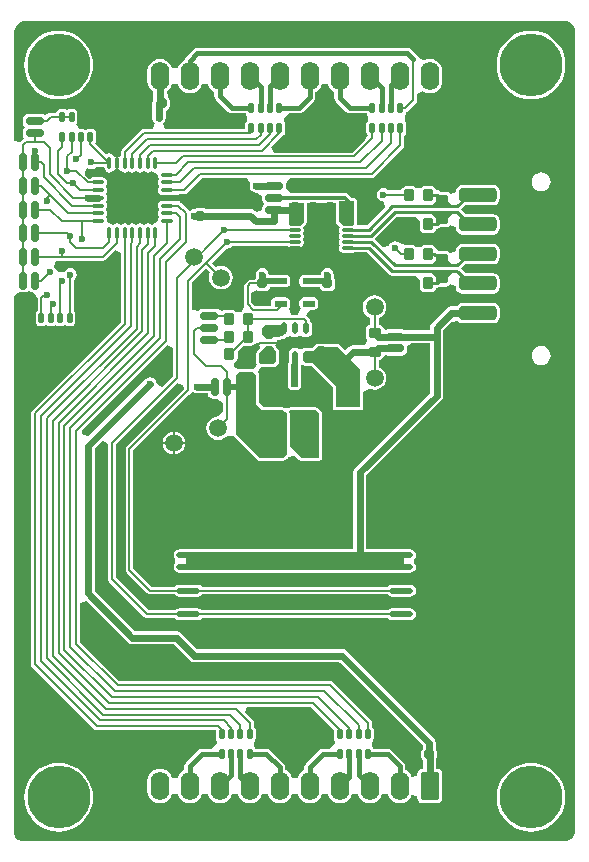
<source format=gtl>
G04*
G04 #@! TF.GenerationSoftware,Altium Limited,Altium Designer,18.0.7 (293)*
G04*
G04 Layer_Physical_Order=1*
G04 Layer_Color=255*
%FSLAX25Y25*%
%MOIN*%
G70*
G01*
G75*
%ADD10C,0.00591*%
G04:AMPARAMS|DCode=15|XSize=39.37mil|YSize=145.67mil|CornerRadius=3.94mil|HoleSize=0mil|Usage=FLASHONLY|Rotation=180.000|XOffset=0mil|YOffset=0mil|HoleType=Round|Shape=RoundedRectangle|*
%AMROUNDEDRECTD15*
21,1,0.03937,0.13780,0,0,180.0*
21,1,0.03150,0.14567,0,0,180.0*
1,1,0.00787,-0.01575,0.06890*
1,1,0.00787,0.01575,0.06890*
1,1,0.00787,0.01575,-0.06890*
1,1,0.00787,-0.01575,-0.06890*
%
%ADD15ROUNDEDRECTD15*%
G04:AMPARAMS|DCode=16|XSize=19.68mil|YSize=78.74mil|CornerRadius=9.84mil|HoleSize=0mil|Usage=FLASHONLY|Rotation=90.000|XOffset=0mil|YOffset=0mil|HoleType=Round|Shape=RoundedRectangle|*
%AMROUNDEDRECTD16*
21,1,0.01968,0.05906,0,0,90.0*
21,1,0.00000,0.07874,0,0,90.0*
1,1,0.01968,0.02953,0.00000*
1,1,0.01968,0.02953,0.00000*
1,1,0.01968,-0.02953,0.00000*
1,1,0.01968,-0.02953,0.00000*
%
%ADD16ROUNDEDRECTD16*%
G04:AMPARAMS|DCode=17|XSize=105.51mil|YSize=141.73mil|CornerRadius=26.38mil|HoleSize=0mil|Usage=FLASHONLY|Rotation=90.000|XOffset=0mil|YOffset=0mil|HoleType=Round|Shape=RoundedRectangle|*
%AMROUNDEDRECTD17*
21,1,0.10551,0.08898,0,0,90.0*
21,1,0.05276,0.14173,0,0,90.0*
1,1,0.05276,0.04449,0.02638*
1,1,0.05276,0.04449,-0.02638*
1,1,0.05276,-0.04449,-0.02638*
1,1,0.05276,-0.04449,0.02638*
%
%ADD17ROUNDEDRECTD17*%
G04:AMPARAMS|DCode=18|XSize=31.5mil|YSize=31.5mil|CornerRadius=7.87mil|HoleSize=0mil|Usage=FLASHONLY|Rotation=90.000|XOffset=0mil|YOffset=0mil|HoleType=Round|Shape=RoundedRectangle|*
%AMROUNDEDRECTD18*
21,1,0.03150,0.01575,0,0,90.0*
21,1,0.01575,0.03150,0,0,90.0*
1,1,0.01575,0.00787,0.00787*
1,1,0.01575,0.00787,-0.00787*
1,1,0.01575,-0.00787,-0.00787*
1,1,0.01575,-0.00787,0.00787*
%
%ADD18ROUNDEDRECTD18*%
G04:AMPARAMS|DCode=19|XSize=31.5mil|YSize=31.5mil|CornerRadius=7.87mil|HoleSize=0mil|Usage=FLASHONLY|Rotation=0.000|XOffset=0mil|YOffset=0mil|HoleType=Round|Shape=RoundedRectangle|*
%AMROUNDEDRECTD19*
21,1,0.03150,0.01575,0,0,0.0*
21,1,0.01575,0.03150,0,0,0.0*
1,1,0.01575,0.00787,-0.00787*
1,1,0.01575,-0.00787,-0.00787*
1,1,0.01575,-0.00787,0.00787*
1,1,0.01575,0.00787,0.00787*
%
%ADD19ROUNDEDRECTD19*%
G04:AMPARAMS|DCode=20|XSize=39.37mil|YSize=35.43mil|CornerRadius=8.86mil|HoleSize=0mil|Usage=FLASHONLY|Rotation=270.000|XOffset=0mil|YOffset=0mil|HoleType=Round|Shape=RoundedRectangle|*
%AMROUNDEDRECTD20*
21,1,0.03937,0.01772,0,0,270.0*
21,1,0.02165,0.03543,0,0,270.0*
1,1,0.01772,-0.00886,-0.01083*
1,1,0.01772,-0.00886,0.01083*
1,1,0.01772,0.00886,0.01083*
1,1,0.01772,0.00886,-0.01083*
%
%ADD20ROUNDEDRECTD20*%
G04:AMPARAMS|DCode=21|XSize=39.37mil|YSize=35.43mil|CornerRadius=8.86mil|HoleSize=0mil|Usage=FLASHONLY|Rotation=180.000|XOffset=0mil|YOffset=0mil|HoleType=Round|Shape=RoundedRectangle|*
%AMROUNDEDRECTD21*
21,1,0.03937,0.01772,0,0,180.0*
21,1,0.02165,0.03543,0,0,180.0*
1,1,0.01772,-0.01083,0.00886*
1,1,0.01772,0.01083,0.00886*
1,1,0.01772,0.01083,-0.00886*
1,1,0.01772,-0.01083,-0.00886*
%
%ADD21ROUNDEDRECTD21*%
%ADD22O,0.01968X0.03937*%
G04:AMPARAMS|DCode=23|XSize=39.37mil|YSize=19.68mil|CornerRadius=4.92mil|HoleSize=0mil|Usage=FLASHONLY|Rotation=90.000|XOffset=0mil|YOffset=0mil|HoleType=Round|Shape=RoundedRectangle|*
%AMROUNDEDRECTD23*
21,1,0.03937,0.00984,0,0,90.0*
21,1,0.02953,0.01968,0,0,90.0*
1,1,0.00984,0.00492,0.01476*
1,1,0.00984,0.00492,-0.01476*
1,1,0.00984,-0.00492,-0.01476*
1,1,0.00984,-0.00492,0.01476*
%
%ADD23ROUNDEDRECTD23*%
G04:AMPARAMS|DCode=24|XSize=47.24mil|YSize=125.98mil|CornerRadius=11.81mil|HoleSize=0mil|Usage=FLASHONLY|Rotation=90.000|XOffset=0mil|YOffset=0mil|HoleType=Round|Shape=RoundedRectangle|*
%AMROUNDEDRECTD24*
21,1,0.04724,0.10236,0,0,90.0*
21,1,0.02362,0.12598,0,0,90.0*
1,1,0.02362,0.05118,0.01181*
1,1,0.02362,0.05118,-0.01181*
1,1,0.02362,-0.05118,-0.01181*
1,1,0.02362,-0.05118,0.01181*
%
%ADD24ROUNDEDRECTD24*%
G04:AMPARAMS|DCode=25|XSize=86.61mil|YSize=220.47mil|CornerRadius=21.65mil|HoleSize=0mil|Usage=FLASHONLY|Rotation=90.000|XOffset=0mil|YOffset=0mil|HoleType=Round|Shape=RoundedRectangle|*
%AMROUNDEDRECTD25*
21,1,0.08661,0.17717,0,0,90.0*
21,1,0.04331,0.22047,0,0,90.0*
1,1,0.04331,0.08858,0.02165*
1,1,0.04331,0.08858,-0.02165*
1,1,0.04331,-0.08858,-0.02165*
1,1,0.04331,-0.08858,0.02165*
%
%ADD25ROUNDEDRECTD25*%
G04:AMPARAMS|DCode=26|XSize=17.72mil|YSize=35.43mil|CornerRadius=4.43mil|HoleSize=0mil|Usage=FLASHONLY|Rotation=0.000|XOffset=0mil|YOffset=0mil|HoleType=Round|Shape=RoundedRectangle|*
%AMROUNDEDRECTD26*
21,1,0.01772,0.02657,0,0,0.0*
21,1,0.00886,0.03543,0,0,0.0*
1,1,0.00886,0.00443,-0.01329*
1,1,0.00886,-0.00443,-0.01329*
1,1,0.00886,-0.00443,0.01329*
1,1,0.00886,0.00443,0.01329*
%
%ADD26ROUNDEDRECTD26*%
G04:AMPARAMS|DCode=27|XSize=13.78mil|YSize=43.31mil|CornerRadius=6.89mil|HoleSize=0mil|Usage=FLASHONLY|Rotation=90.000|XOffset=0mil|YOffset=0mil|HoleType=Round|Shape=RoundedRectangle|*
%AMROUNDEDRECTD27*
21,1,0.01378,0.02953,0,0,90.0*
21,1,0.00000,0.04331,0,0,90.0*
1,1,0.01378,0.01476,0.00000*
1,1,0.01378,0.01476,0.00000*
1,1,0.01378,-0.01476,0.00000*
1,1,0.01378,-0.01476,0.00000*
%
%ADD27ROUNDEDRECTD27*%
G04:AMPARAMS|DCode=28|XSize=13.78mil|YSize=43.31mil|CornerRadius=6.89mil|HoleSize=0mil|Usage=FLASHONLY|Rotation=180.000|XOffset=0mil|YOffset=0mil|HoleType=Round|Shape=RoundedRectangle|*
%AMROUNDEDRECTD28*
21,1,0.01378,0.02953,0,0,180.0*
21,1,0.00000,0.04331,0,0,180.0*
1,1,0.01378,0.00000,0.01476*
1,1,0.01378,0.00000,0.01476*
1,1,0.01378,0.00000,-0.01476*
1,1,0.01378,0.00000,-0.01476*
%
%ADD28ROUNDEDRECTD28*%
G04:AMPARAMS|DCode=29|XSize=98.43mil|YSize=47.24mil|CornerRadius=11.81mil|HoleSize=0mil|Usage=FLASHONLY|Rotation=270.000|XOffset=0mil|YOffset=0mil|HoleType=Round|Shape=RoundedRectangle|*
%AMROUNDEDRECTD29*
21,1,0.09843,0.02362,0,0,270.0*
21,1,0.07480,0.04724,0,0,270.0*
1,1,0.02362,-0.01181,-0.03740*
1,1,0.02362,-0.01181,0.03740*
1,1,0.02362,0.01181,0.03740*
1,1,0.02362,0.01181,-0.03740*
%
%ADD29ROUNDEDRECTD29*%
G04:AMPARAMS|DCode=30|XSize=11.02mil|YSize=39.37mil|CornerRadius=2.76mil|HoleSize=0mil|Usage=FLASHONLY|Rotation=90.000|XOffset=0mil|YOffset=0mil|HoleType=Round|Shape=RoundedRectangle|*
%AMROUNDEDRECTD30*
21,1,0.01102,0.03386,0,0,90.0*
21,1,0.00551,0.03937,0,0,90.0*
1,1,0.00551,0.01693,0.00276*
1,1,0.00551,0.01693,-0.00276*
1,1,0.00551,-0.01693,-0.00276*
1,1,0.00551,-0.01693,0.00276*
%
%ADD30ROUNDEDRECTD30*%
G04:AMPARAMS|DCode=31|XSize=21.65mil|YSize=43.31mil|CornerRadius=5.41mil|HoleSize=0mil|Usage=FLASHONLY|Rotation=90.000|XOffset=0mil|YOffset=0mil|HoleType=Round|Shape=RoundedRectangle|*
%AMROUNDEDRECTD31*
21,1,0.02165,0.03248,0,0,90.0*
21,1,0.01083,0.04331,0,0,90.0*
1,1,0.01083,0.01624,0.00541*
1,1,0.01083,0.01624,-0.00541*
1,1,0.01083,-0.01624,-0.00541*
1,1,0.01083,-0.01624,0.00541*
%
%ADD31ROUNDEDRECTD31*%
G04:AMPARAMS|DCode=32|XSize=27.56mil|YSize=59.06mil|CornerRadius=6.89mil|HoleSize=0mil|Usage=FLASHONLY|Rotation=90.000|XOffset=0mil|YOffset=0mil|HoleType=Round|Shape=RoundedRectangle|*
%AMROUNDEDRECTD32*
21,1,0.02756,0.04528,0,0,90.0*
21,1,0.01378,0.05906,0,0,90.0*
1,1,0.01378,0.02264,0.00689*
1,1,0.01378,0.02264,-0.00689*
1,1,0.01378,-0.02264,-0.00689*
1,1,0.01378,-0.02264,0.00689*
%
%ADD32ROUNDEDRECTD32*%
G04:AMPARAMS|DCode=33|XSize=27.56mil|YSize=59.06mil|CornerRadius=6.89mil|HoleSize=0mil|Usage=FLASHONLY|Rotation=0.000|XOffset=0mil|YOffset=0mil|HoleType=Round|Shape=RoundedRectangle|*
%AMROUNDEDRECTD33*
21,1,0.02756,0.04528,0,0,0.0*
21,1,0.01378,0.05906,0,0,0.0*
1,1,0.01378,0.00689,-0.02264*
1,1,0.01378,-0.00689,-0.02264*
1,1,0.01378,-0.00689,0.02264*
1,1,0.01378,0.00689,0.02264*
%
%ADD33ROUNDEDRECTD33*%
G04:AMPARAMS|DCode=34|XSize=157.48mil|YSize=157.48mil|CornerRadius=7.87mil|HoleSize=0mil|Usage=FLASHONLY|Rotation=90.000|XOffset=0mil|YOffset=0mil|HoleType=Round|Shape=RoundedRectangle|*
%AMROUNDEDRECTD34*
21,1,0.15748,0.14173,0,0,90.0*
21,1,0.14173,0.15748,0,0,90.0*
1,1,0.01575,0.07087,0.07087*
1,1,0.01575,0.07087,-0.07087*
1,1,0.01575,-0.07087,-0.07087*
1,1,0.01575,-0.07087,0.07087*
%
%ADD34ROUNDEDRECTD34*%
%ADD35C,0.05906*%
G04:AMPARAMS|DCode=36|XSize=62.99mil|YSize=94.49mil|CornerRadius=31.5mil|HoleSize=0mil|Usage=FLASHONLY|Rotation=180.000|XOffset=0mil|YOffset=0mil|HoleType=Round|Shape=RoundedRectangle|*
%AMROUNDEDRECTD36*
21,1,0.06299,0.03150,0,0,180.0*
21,1,0.00000,0.09449,0,0,180.0*
1,1,0.06299,0.00000,0.01575*
1,1,0.06299,0.00000,0.01575*
1,1,0.06299,0.00000,-0.01575*
1,1,0.06299,0.00000,-0.01575*
%
%ADD36ROUNDEDRECTD36*%
G04:AMPARAMS|DCode=37|XSize=62.99mil|YSize=94.49mil|CornerRadius=6.3mil|HoleSize=0mil|Usage=FLASHONLY|Rotation=180.000|XOffset=0mil|YOffset=0mil|HoleType=Round|Shape=RoundedRectangle|*
%AMROUNDEDRECTD37*
21,1,0.06299,0.08189,0,0,180.0*
21,1,0.05039,0.09449,0,0,180.0*
1,1,0.01260,-0.02520,0.04095*
1,1,0.01260,0.02520,0.04095*
1,1,0.01260,0.02520,-0.04095*
1,1,0.01260,-0.02520,-0.04095*
%
%ADD37ROUNDEDRECTD37*%
%ADD39C,0.00984*%
%ADD40C,0.02362*%
%ADD41C,0.00787*%
%ADD42C,0.01181*%
%ADD43C,0.01968*%
%ADD44C,0.02756*%
%ADD45C,0.01575*%
%ADD46C,0.20866*%
%ADD47C,0.02362*%
G36*
X185142Y274433D02*
X185869Y274132D01*
X186524Y273695D01*
X187081Y273138D01*
X187518Y272484D01*
X187819Y271756D01*
X187973Y270984D01*
Y270590D01*
Y5000D01*
Y4606D01*
X187819Y3834D01*
X187518Y3107D01*
X187081Y2452D01*
X186524Y1896D01*
X185869Y1458D01*
X185142Y1157D01*
X184370Y1003D01*
X3648D01*
X3081Y1116D01*
X2547Y1337D01*
X2067Y1658D01*
X1658Y2067D01*
X1337Y2547D01*
X1116Y3081D01*
X1003Y3648D01*
Y3937D01*
Y182848D01*
X1633Y183364D01*
X2972Y184077D01*
X3248Y184022D01*
X4626D01*
X5279Y184152D01*
X5832Y184522D01*
X5979D01*
X6532Y184152D01*
X7185Y184022D01*
X7295D01*
X7799Y183616D01*
X8718Y182307D01*
X8735Y182125D01*
Y178060D01*
X8568Y177948D01*
X8252Y177476D01*
X8141Y176919D01*
Y174262D01*
X8252Y173705D01*
X8568Y173233D01*
X9040Y172917D01*
X9596Y172807D01*
X10482D01*
X11039Y172917D01*
X11511Y173233D01*
X11717D01*
X12189Y172917D01*
X12746Y172807D01*
X13632D01*
X14189Y172917D01*
X14661Y173233D01*
X14867D01*
X15339Y172917D01*
X15896Y172807D01*
X16781D01*
X17338Y172917D01*
X17810Y173233D01*
X18016D01*
X18488Y172917D01*
X19045Y172807D01*
X19931D01*
X20488Y172917D01*
X20960Y173233D01*
X21275Y173705D01*
X21386Y174262D01*
Y176919D01*
X21275Y177476D01*
X20960Y177948D01*
X20793Y178060D01*
Y188097D01*
X21246Y188400D01*
X21725Y189116D01*
X21893Y189961D01*
X21725Y190805D01*
X21246Y191522D01*
X20530Y192000D01*
X19685Y192168D01*
X18840Y192000D01*
X18124Y191522D01*
X17645Y190805D01*
X15614Y190682D01*
X15432Y190760D01*
X14857Y191681D01*
X14835Y191790D01*
X14356Y192506D01*
X14226Y192593D01*
X14823Y194562D01*
X30512D01*
X31011Y194661D01*
X31434Y194944D01*
X34522Y198031D01*
X36491Y197216D01*
Y174162D01*
X6951Y144623D01*
X6669Y144200D01*
X6569Y143701D01*
Y60039D01*
X6669Y59540D01*
X6951Y59117D01*
X27621Y38448D01*
X28044Y38165D01*
X28543Y38065D01*
X68181D01*
Y35482D01*
X68291Y34925D01*
X68510Y34598D01*
X68607Y34291D01*
Y33756D01*
X66934Y31925D01*
X63583D01*
X62891Y31787D01*
X62305Y31395D01*
X58211Y27301D01*
X57819Y26715D01*
X57682Y26024D01*
Y24789D01*
X57403Y24674D01*
X56540Y24011D01*
X55877Y23148D01*
X55461Y22142D01*
X53516D01*
X53099Y23148D01*
X52437Y24011D01*
X51573Y24674D01*
X50567Y25091D01*
X49488Y25232D01*
X48409Y25091D01*
X47403Y24674D01*
X46540Y24011D01*
X45877Y23148D01*
X45461Y22142D01*
X45319Y21063D01*
Y17913D01*
X45461Y16834D01*
X45877Y15829D01*
X46540Y14965D01*
X47403Y14302D01*
X48409Y13886D01*
X49488Y13744D01*
X50567Y13886D01*
X51573Y14302D01*
X52437Y14965D01*
X53099Y15829D01*
X53516Y16834D01*
X55461D01*
X55877Y15829D01*
X56540Y14965D01*
X57403Y14302D01*
X58409Y13886D01*
X59488Y13744D01*
X60567Y13886D01*
X61573Y14302D01*
X62436Y14965D01*
X63099Y15829D01*
X63516Y16834D01*
X65461D01*
X65877Y15829D01*
X66540Y14965D01*
X67403Y14302D01*
X68409Y13886D01*
X69488Y13744D01*
X70567Y13886D01*
X71573Y14302D01*
X72436Y14965D01*
X73099Y15829D01*
X73516Y16834D01*
X75461D01*
X75877Y15829D01*
X76540Y14965D01*
X77403Y14302D01*
X78409Y13886D01*
X79488Y13744D01*
X80567Y13886D01*
X81573Y14302D01*
X82437Y14965D01*
X83099Y15829D01*
X83516Y16834D01*
X85461D01*
X85877Y15829D01*
X86540Y14965D01*
X87403Y14302D01*
X88409Y13886D01*
X89488Y13744D01*
X90567Y13886D01*
X91573Y14302D01*
X92436Y14965D01*
X93099Y15829D01*
X93516Y16834D01*
X95461D01*
X95877Y15829D01*
X96540Y14965D01*
X97403Y14302D01*
X98409Y13886D01*
X99488Y13744D01*
X100567Y13886D01*
X101573Y14302D01*
X102436Y14965D01*
X103099Y15829D01*
X103516Y16834D01*
X105461D01*
X105877Y15829D01*
X106540Y14965D01*
X107403Y14302D01*
X108409Y13886D01*
X109488Y13744D01*
X110567Y13886D01*
X111573Y14302D01*
X112436Y14965D01*
X113099Y15829D01*
X113516Y16834D01*
X115461D01*
X115877Y15829D01*
X116540Y14965D01*
X117403Y14302D01*
X118409Y13886D01*
X119488Y13744D01*
X120567Y13886D01*
X121573Y14302D01*
X122436Y14965D01*
X123099Y15829D01*
X123516Y16834D01*
X125461D01*
X125877Y15829D01*
X126540Y14965D01*
X127403Y14302D01*
X128409Y13886D01*
X129488Y13744D01*
X130567Y13886D01*
X131573Y14302D01*
X132437Y14965D01*
X133099Y15829D01*
X133354Y16444D01*
X135323Y16053D01*
Y15394D01*
X135448Y14764D01*
X135805Y14230D01*
X136339Y13873D01*
X136969Y13748D01*
X142008D01*
X142638Y13873D01*
X143172Y14230D01*
X143528Y14764D01*
X143654Y15394D01*
Y23583D01*
X143528Y24213D01*
X143172Y24746D01*
X142638Y25103D01*
X142008Y25229D01*
X141696D01*
Y28502D01*
X141724Y28543D01*
X141861Y29235D01*
Y30809D01*
X141724Y31501D01*
X141475Y31872D01*
Y33961D01*
X141307Y34806D01*
X140828Y35522D01*
X111797Y64553D01*
X111081Y65032D01*
X110236Y65200D01*
X61938D01*
X56679Y70459D01*
X55963Y70937D01*
X55118Y71105D01*
X41269D01*
X27798Y84576D01*
Y131959D01*
X30266Y134427D01*
X31394Y134088D01*
X32160Y133537D01*
Y88583D01*
X32259Y88083D01*
X32542Y87660D01*
X44353Y75849D01*
X44776Y75566D01*
X45276Y75467D01*
X54607D01*
X54683Y75352D01*
X55334Y74917D01*
X56102Y74765D01*
X62008D01*
X62776Y74917D01*
X63427Y75352D01*
X63504Y75467D01*
X125473D01*
X125549Y75352D01*
X126200Y74917D01*
X126969Y74765D01*
X132874D01*
X133642Y74917D01*
X134293Y75352D01*
X134728Y76004D01*
X134881Y76772D01*
X134728Y77540D01*
X134293Y78191D01*
X133642Y78626D01*
X132874Y78779D01*
X126969D01*
X126200Y78626D01*
X125549Y78191D01*
X125473Y78076D01*
X63504D01*
X63427Y78191D01*
X62776Y78626D01*
X62008Y78779D01*
X56102D01*
X55334Y78626D01*
X54683Y78191D01*
X54607Y78076D01*
X45816D01*
X34769Y89123D01*
Y133318D01*
X55371Y153920D01*
X57319Y153288D01*
X57446Y151811D01*
X38448Y132812D01*
X38165Y132389D01*
X38065Y131890D01*
Y91535D01*
X38165Y91036D01*
X38448Y90613D01*
X45337Y83723D01*
X45761Y83440D01*
X46260Y83341D01*
X54607D01*
X54683Y83227D01*
X55334Y82791D01*
X56102Y82639D01*
X62008D01*
X62776Y82791D01*
X63427Y83227D01*
X63504Y83341D01*
X125473D01*
X125549Y83227D01*
X126200Y82791D01*
X126969Y82639D01*
X132874D01*
X133642Y82791D01*
X134293Y83227D01*
X134728Y83878D01*
X134881Y84646D01*
X134728Y85414D01*
X134293Y86065D01*
X133642Y86500D01*
X132874Y86653D01*
X126969D01*
X126200Y86500D01*
X125549Y86065D01*
X125473Y85950D01*
X63504D01*
X63427Y86065D01*
X62776Y86500D01*
X62008Y86653D01*
X56102D01*
X55334Y86500D01*
X54683Y86065D01*
X54607Y85950D01*
X46800D01*
X40675Y92076D01*
Y131349D01*
X59061Y149736D01*
X60422Y150976D01*
X61163Y150519D01*
X61163Y150519D01*
X62008Y150351D01*
X65518D01*
Y150295D01*
X65648Y149642D01*
X66018Y149089D01*
X66572Y148719D01*
X67224Y148589D01*
X68602D01*
X70219Y147595D01*
X70546Y147214D01*
Y144357D01*
X68898Y142751D01*
X67870Y142615D01*
X66912Y142218D01*
X66090Y141587D01*
X65459Y140765D01*
X65062Y139807D01*
X64927Y138779D01*
X65062Y137752D01*
X65459Y136794D01*
X66090Y135972D01*
X66912Y135341D01*
X67870Y134944D01*
X68898Y134809D01*
X69925Y134944D01*
X70883Y135341D01*
X71706Y135972D01*
X71907Y136234D01*
X72613Y136327D01*
X73884Y136184D01*
X74094Y136101D01*
X81968Y128227D01*
X82293Y128010D01*
X82677Y127934D01*
X90551D01*
X90935Y128010D01*
X91261Y128227D01*
X91602Y128569D01*
X91876Y128623D01*
X92332Y128928D01*
X92383Y129004D01*
X93957Y129462D01*
X94668Y129504D01*
X95944Y128227D01*
X96270Y128010D01*
X96653Y127934D01*
X102470D01*
X102854Y128010D01*
X103179Y128227D01*
X103397Y128553D01*
X103473Y128937D01*
Y143790D01*
X103397Y144174D01*
X103179Y144500D01*
X102284Y145395D01*
X101959Y145612D01*
X101672Y145669D01*
D01*
X101575Y145689D01*
X92940Y145688D01*
X92846Y145670D01*
X92751Y145671D01*
X92656Y145632D01*
X92555Y145612D01*
X92476Y145559D01*
X92388Y145523D01*
X92315Y145451D01*
X92230Y145395D01*
X90955Y145593D01*
X90570Y145669D01*
X84745Y145669D01*
D01*
X84646D01*
Y145669D01*
X84646D01*
X84549Y145689D01*
X84077D01*
X82696Y147069D01*
Y156496D01*
X82620Y156880D01*
X82402Y157206D01*
X82083Y157526D01*
X82918Y158969D01*
X83159Y159233D01*
X83742D01*
X83858Y159210D01*
X83975Y159233D01*
X86892D01*
X87008Y159210D01*
X87124Y159233D01*
X87402D01*
X87786Y159309D01*
X88111Y159527D01*
X88182Y159598D01*
X88569Y159856D01*
X88827Y160243D01*
D01*
X88899Y160314D01*
X89116Y160640D01*
X89192Y161024D01*
Y161043D01*
Y161301D01*
X89216Y161417D01*
X89192Y161534D01*
Y164469D01*
X89116Y164852D01*
X88899Y165178D01*
X88297Y165780D01*
X88283Y165849D01*
X88100Y166123D01*
X87981Y166377D01*
X88103Y166943D01*
X88661Y168288D01*
X89600D01*
X89697Y168307D01*
X89796D01*
X89887Y168345D01*
X89984Y168364D01*
X90048Y168407D01*
X90743Y168546D01*
X90745Y168546D01*
X90747Y168546D01*
X90747Y168546D01*
X90754Y168549D01*
X90838Y168584D01*
X90936Y168603D01*
X91017Y168657D01*
X91107Y168694D01*
X91178Y168765D01*
X91255Y168816D01*
X91262Y168821D01*
X91732Y169291D01*
X92295D01*
X92814Y169528D01*
X93486Y169291D01*
X93597D01*
X93720Y169209D01*
X94488Y169056D01*
X95256Y169209D01*
X95301Y169239D01*
X95380Y169291D01*
X95380D01*
X95907Y169644D01*
X96809Y169644D01*
X97337Y169291D01*
X97337D01*
X97460Y169209D01*
X98228Y169056D01*
X98996Y169209D01*
X99648Y169644D01*
X100083Y170295D01*
X100235Y171063D01*
Y173031D01*
X100083Y173800D01*
X99648Y174451D01*
X99506Y174545D01*
X99434Y174909D01*
X99151Y175332D01*
X98363Y176119D01*
X99339Y177835D01*
X99648Y178218D01*
X100837D01*
X101432Y178337D01*
X101936Y178674D01*
X102274Y179178D01*
X102392Y179774D01*
Y180856D01*
X102274Y181452D01*
X101936Y181956D01*
X101432Y182293D01*
X100837Y182412D01*
X97589D01*
X96993Y182293D01*
X96489Y181956D01*
X96152Y181452D01*
X96033Y180856D01*
Y179774D01*
X96152Y179178D01*
X96489Y178674D01*
X95680Y176846D01*
X95431Y176516D01*
X93545D01*
X93296Y176846D01*
X92488Y178674D01*
X92825Y179178D01*
X92943Y179774D01*
Y180856D01*
X92825Y181452D01*
X92488Y181956D01*
X91983Y182293D01*
X91388Y182412D01*
X88140D01*
X87545Y182293D01*
X87040Y181956D01*
X86703Y181452D01*
X86584Y180856D01*
Y179774D01*
X86322Y179454D01*
X81249D01*
X80045Y180658D01*
Y183793D01*
X80544Y184163D01*
X82013Y184665D01*
X82183Y184552D01*
X82193Y184550D01*
D01*
X82874Y184414D01*
X84449D01*
X85140Y184552D01*
X85726Y184943D01*
X86118Y185529D01*
X86169Y185788D01*
X87689D01*
X88140Y185698D01*
X91388D01*
X91983Y185817D01*
X92488Y186154D01*
X92825Y186659D01*
X92943Y187254D01*
Y188337D01*
X92825Y188932D01*
X92488Y189436D01*
X91983Y189774D01*
X91388Y189892D01*
X88140D01*
X87838Y189832D01*
X85874Y189960D01*
X85869Y189961D01*
X85701Y190805D01*
X85223Y191522D01*
X84506Y192000D01*
X83661Y192168D01*
X82816Y192000D01*
X82100Y191522D01*
X81622Y190805D01*
X81454Y189961D01*
Y188858D01*
X81205Y188487D01*
X81170Y188312D01*
X79724D01*
X79225Y188213D01*
X78802Y187930D01*
X77818Y186946D01*
X77535Y186523D01*
X77436Y186024D01*
Y180118D01*
X77445Y180073D01*
X77395Y179253D01*
X76854Y177841D01*
X76755Y177701D01*
X76600Y177628D01*
X74975D01*
X74626Y177792D01*
X74253Y178041D01*
X73524Y178186D01*
X71752D01*
X71022Y178041D01*
X71022Y178041D01*
X70241Y177714D01*
X68862Y178446D01*
X68209Y178576D01*
X63681D01*
X63028Y178446D01*
X62475Y178076D01*
X62328Y177857D01*
X60779Y178025D01*
X60360Y178184D01*
Y187452D01*
X64961Y192053D01*
X66328Y190685D01*
X66046Y190004D01*
X65911Y188976D01*
X66046Y187949D01*
X66443Y186991D01*
X67074Y186169D01*
X67896Y185537D01*
X68854Y185141D01*
X69882Y185005D01*
X70910Y185141D01*
X71867Y185537D01*
X72690Y186169D01*
X73321Y186991D01*
X73718Y187949D01*
X73853Y188976D01*
X73718Y190004D01*
X73321Y190962D01*
X72690Y191784D01*
X71867Y192415D01*
X70910Y192812D01*
X69882Y192947D01*
X68854Y192812D01*
X68173Y192530D01*
X66806Y193898D01*
X71548Y198640D01*
X71850Y198580D01*
X72695Y198748D01*
X73412Y199226D01*
X73583Y199483D01*
X92068D01*
X92304Y199325D01*
X92795Y199227D01*
X96181D01*
X96673Y199325D01*
X97089Y199603D01*
X97368Y200020D01*
X97466Y200512D01*
Y201063D01*
X97368Y201555D01*
X97223Y201772D01*
X97368Y201989D01*
X97466Y202480D01*
Y203031D01*
X97368Y203523D01*
X97223Y203740D01*
X97368Y203957D01*
X97466Y204449D01*
Y205000D01*
X97368Y205492D01*
X97223Y205709D01*
X97311Y205841D01*
X98151Y206680D01*
X98368Y207006D01*
X98425Y207293D01*
D01*
X98444Y207390D01*
X98444Y213946D01*
X108248D01*
X108248Y207677D01*
X108325Y207293D01*
X108542Y206967D01*
X109261Y206249D01*
X109325Y205926D01*
X109470Y205709D01*
X109325Y205492D01*
X109227Y205000D01*
Y204449D01*
X109325Y203957D01*
X109470Y203740D01*
X109325Y203523D01*
X109227Y203031D01*
Y202480D01*
X109325Y201989D01*
X109470Y201772D01*
X109325Y201555D01*
X109227Y201063D01*
Y200512D01*
X109325Y200020D01*
X109470Y199803D01*
X109325Y199586D01*
X109227Y199094D01*
Y198543D01*
X109325Y198052D01*
X109604Y197635D01*
X110020Y197357D01*
X110512Y197259D01*
X113898D01*
X114389Y197357D01*
X114484Y197420D01*
X118471D01*
X125904Y189987D01*
X126392Y189661D01*
X126969Y189546D01*
X134619D01*
X134633Y189540D01*
X136184Y188091D01*
Y185925D01*
X136329Y185196D01*
X136742Y184577D01*
X137361Y184164D01*
X138091Y184019D01*
X139862D01*
X140592Y184164D01*
X141210Y184577D01*
X141624Y185196D01*
X141706Y185609D01*
X141732D01*
X142308Y185724D01*
X142702Y185987D01*
X144783D01*
X145513Y186132D01*
X146132Y186545D01*
X146217Y186674D01*
X148186Y186091D01*
Y185827D01*
X148354Y184982D01*
X148833Y184266D01*
X149549Y183787D01*
X150394Y183619D01*
X160630D01*
X161475Y183787D01*
X162191Y184266D01*
X162670Y184982D01*
X162838Y185827D01*
Y188189D01*
X162670Y189034D01*
X162191Y189750D01*
X161475Y190229D01*
X160630Y190397D01*
X151406D01*
X149793Y192009D01*
X149788Y192057D01*
X151192Y193462D01*
X160630D01*
X161475Y193630D01*
X162191Y194108D01*
X162670Y194824D01*
X162838Y195669D01*
Y198031D01*
X162670Y198876D01*
X162191Y199593D01*
X161475Y200071D01*
X160630Y200239D01*
X150394D01*
X149549Y200071D01*
X148833Y199593D01*
X148354Y198876D01*
X148186Y198031D01*
Y197767D01*
X146217Y197185D01*
X146132Y197313D01*
X145513Y197726D01*
X144783Y197871D01*
X142618D01*
X141624Y198663D01*
X141210Y199281D01*
X140592Y199695D01*
X139862Y199840D01*
X138091D01*
X137361Y199695D01*
X136989Y199446D01*
X136639Y199281D01*
X135015D01*
X134665Y199446D01*
X134293Y199695D01*
X133563Y199840D01*
X131791D01*
X131062Y199695D01*
X129514Y200380D01*
X128798Y200859D01*
X127953Y201027D01*
X127108Y200859D01*
X126392Y200380D01*
X125969Y199748D01*
X125887Y199657D01*
X123835Y199097D01*
X121054Y201878D01*
X128407Y209231D01*
X134619D01*
X134633Y209225D01*
X136184Y207776D01*
Y205610D01*
X136329Y204881D01*
X136742Y204262D01*
X137361Y203849D01*
X138091Y203703D01*
X139862D01*
X140592Y203849D01*
X141210Y204262D01*
X141624Y204881D01*
X141706Y205294D01*
X142035D01*
X142612Y205409D01*
X143006Y205672D01*
X144783D01*
X145513Y205817D01*
X146132Y206230D01*
X146217Y206359D01*
X148186Y205776D01*
Y205512D01*
X148354Y204667D01*
X148833Y203951D01*
X149549Y203472D01*
X150394Y203304D01*
X160630D01*
X161475Y203472D01*
X162191Y203951D01*
X162670Y204667D01*
X162838Y205512D01*
Y207874D01*
X162670Y208719D01*
X162191Y209435D01*
X161475Y209914D01*
X160630Y210082D01*
X151406D01*
X149767Y211721D01*
X151192Y213147D01*
X160630D01*
X161475Y213315D01*
X162191Y213793D01*
X162670Y214510D01*
X162838Y215354D01*
Y217717D01*
X162670Y218561D01*
X162191Y219278D01*
X161475Y219756D01*
X160630Y219924D01*
X150394D01*
X149549Y219756D01*
X148833Y219278D01*
X148354Y218561D01*
X148186Y217717D01*
Y217452D01*
X146217Y216870D01*
X146132Y216998D01*
X145513Y217411D01*
X144783Y217556D01*
X143037D01*
X142887Y217706D01*
X142399Y218033D01*
X141823Y218147D01*
X141664D01*
X141624Y218348D01*
X141210Y218966D01*
X140592Y219380D01*
X139862Y219525D01*
X138091D01*
X137361Y219380D01*
X136989Y219131D01*
X136639Y218966D01*
X135015D01*
X134665Y219131D01*
X134293Y219380D01*
X133563Y219525D01*
X131791D01*
X131062Y219380D01*
X130443Y218966D01*
X130030Y218348D01*
X129970Y218047D01*
X125681D01*
X125577Y218203D01*
X124861Y218682D01*
X124016Y218850D01*
X123171Y218682D01*
X122455Y218203D01*
X121976Y217487D01*
X121808Y216642D01*
X121976Y215797D01*
X122455Y215081D01*
X123171Y214602D01*
X123823Y214472D01*
X124257Y213773D01*
X124697Y212563D01*
X118471Y206336D01*
X117053D01*
X115182Y206417D01*
Y206968D01*
X115177Y206996D01*
X115177Y214567D01*
X115100Y214951D01*
X114883Y215277D01*
X114557Y215494D01*
X114173Y215570D01*
X113428D01*
X113340Y215702D01*
X113340Y215702D01*
X112356Y216687D01*
X111835Y217035D01*
X111221Y217157D01*
X111220Y217157D01*
X93096D01*
X92829Y217316D01*
X91568Y218799D01*
Y220152D01*
X91568Y220177D01*
X92562Y221794D01*
X92944Y222121D01*
X120079D01*
X120578Y222220D01*
X121001Y222503D01*
X130647Y232148D01*
X130930Y232572D01*
X131029Y233071D01*
Y236310D01*
X131196Y236422D01*
X131512Y236894D01*
X131622Y237451D01*
Y240108D01*
X131512Y240665D01*
X131293Y240992D01*
X131196Y241300D01*
Y242952D01*
X131293Y243260D01*
X131512Y243587D01*
X131620Y244131D01*
X131837Y244174D01*
X132293Y244479D01*
X134852Y247038D01*
X135156Y247494D01*
X135263Y248031D01*
Y250153D01*
X137232Y251048D01*
X137403Y250917D01*
X138409Y250500D01*
X139488Y250358D01*
X140567Y250500D01*
X141573Y250917D01*
X142437Y251579D01*
X143099Y252443D01*
X143516Y253448D01*
X143658Y254528D01*
Y257677D01*
X143516Y258756D01*
X143099Y259762D01*
X142437Y260626D01*
X141573Y261288D01*
X140567Y261705D01*
X139488Y261847D01*
X138409Y261705D01*
X137582Y261362D01*
X137065Y261483D01*
X135557Y262352D01*
X135527Y262502D01*
X135136Y263088D01*
X133167Y265057D01*
X132581Y265448D01*
X131890Y265586D01*
X62008D01*
X61317Y265448D01*
X60731Y265057D01*
X58211Y262537D01*
X57819Y261951D01*
X57713Y261416D01*
X57403Y261288D01*
X56540Y260626D01*
X55877Y259762D01*
X55461Y258756D01*
X53516D01*
X53099Y259762D01*
X52437Y260626D01*
X51573Y261288D01*
X50567Y261705D01*
X49488Y261847D01*
X48409Y261705D01*
X47403Y261288D01*
X46540Y260626D01*
X45877Y259762D01*
X45461Y258756D01*
X45319Y257677D01*
Y254528D01*
X45461Y253448D01*
X45877Y252443D01*
X46540Y251579D01*
X47280Y251011D01*
Y248053D01*
X47173Y247892D01*
X47005Y247047D01*
Y242126D01*
X47173Y241281D01*
X47651Y240565D01*
X47782Y240478D01*
X47185Y238509D01*
X44291D01*
X43792Y238410D01*
X43369Y238127D01*
X36873Y231631D01*
X36590Y231208D01*
X36491Y230709D01*
Y229701D01*
X36251Y229342D01*
X35969Y229295D01*
X34503D01*
X34222Y229342D01*
X33924Y229787D01*
X33884Y229848D01*
X33883Y229848D01*
X33330Y230218D01*
X32677Y230348D01*
X32024Y230218D01*
X32024Y230218D01*
X31692Y229996D01*
X27997Y233690D01*
X28165Y233941D01*
X28276Y234498D01*
Y237156D01*
X28165Y237712D01*
X27850Y238184D01*
X27378Y238500D01*
X26821Y238611D01*
X25935D01*
X25378Y238500D01*
X24906Y238184D01*
X24700D01*
X24228Y238500D01*
X23671Y238611D01*
X22785D01*
X22688Y238591D01*
X21892Y239691D01*
X21641Y240285D01*
X21647Y240307D01*
X21866Y240634D01*
X21977Y241191D01*
Y243848D01*
X21866Y244405D01*
X21551Y244877D01*
X21079Y245193D01*
X20522Y245304D01*
X19636D01*
X19079Y245193D01*
X18607Y244877D01*
X18401D01*
X17929Y245193D01*
X17372Y245304D01*
X16486D01*
X15929Y245193D01*
X15457Y244877D01*
X15142Y244405D01*
X15031Y243848D01*
Y243824D01*
X13189D01*
X12690Y243725D01*
X11344Y243037D01*
X10791Y243407D01*
X10138Y243537D01*
X5610D01*
X4957Y243407D01*
X4404Y243037D01*
X4034Y242484D01*
X3904Y241831D01*
Y240453D01*
X4034Y239800D01*
X4404Y239246D01*
Y239100D01*
X4034Y238547D01*
X3904Y237894D01*
Y236516D01*
X4034Y235863D01*
X4341Y235403D01*
X3999Y235174D01*
X3015Y234190D01*
X2972Y234126D01*
X1210Y234372D01*
X1003Y234454D01*
Y270590D01*
Y270984D01*
X1157Y271756D01*
X1458Y272484D01*
X1896Y273138D01*
X2452Y273695D01*
X3107Y274132D01*
X3834Y274433D01*
X4606Y274587D01*
X184370D01*
X185142Y274433D01*
D02*
G37*
G36*
X65877Y252443D02*
X66540Y251579D01*
X67403Y250917D01*
X67682Y250801D01*
Y249410D01*
X67819Y248718D01*
X68211Y248132D01*
X72148Y244195D01*
X72734Y243804D01*
X73425Y243666D01*
X78118D01*
X78134Y243587D01*
X78352Y243260D01*
X78449Y242952D01*
Y241300D01*
X78352Y240992D01*
X78134Y240665D01*
X78023Y240108D01*
Y238509D01*
X51241D01*
X50643Y240478D01*
X50774Y240565D01*
X51252Y241281D01*
X51420Y242126D01*
Y244540D01*
X51675Y244591D01*
X52262Y244983D01*
X52653Y245569D01*
X52791Y246260D01*
Y247835D01*
X52653Y248526D01*
X52262Y249112D01*
X52082Y249232D01*
X52041Y251276D01*
X52437Y251579D01*
X53099Y252443D01*
X53516Y253448D01*
X55461D01*
X55877Y252443D01*
X56540Y251579D01*
X57403Y250917D01*
X58409Y250500D01*
X59488Y250358D01*
X60567Y250500D01*
X61573Y250917D01*
X62436Y251579D01*
X63099Y252443D01*
X63516Y253448D01*
X65461D01*
X65877Y252443D01*
D02*
G37*
G36*
X105877D02*
X106540Y251579D01*
X107403Y250917D01*
X107682Y250801D01*
Y248780D01*
X107819Y248088D01*
X108211Y247502D01*
X111518Y244195D01*
X112104Y243804D01*
X112795Y243666D01*
X118473D01*
X118488Y243587D01*
X118707Y243260D01*
X118804Y242952D01*
Y241300D01*
X118707Y240992D01*
X118488Y240665D01*
X118378Y240108D01*
Y237451D01*
X118488Y236894D01*
X118804Y236422D01*
X117754Y234756D01*
X113633Y230635D01*
X87414D01*
X86661Y232454D01*
X90293Y236085D01*
X90297Y236092D01*
X90370Y236106D01*
X90842Y236422D01*
X91157Y236894D01*
X91268Y237451D01*
Y240108D01*
X91157Y240665D01*
X90939Y240992D01*
X90842Y241300D01*
Y241835D01*
X92515Y243666D01*
X95866D01*
X96557Y243804D01*
X97143Y244195D01*
X100766Y247817D01*
X101157Y248403D01*
X101295Y249095D01*
Y250801D01*
X101573Y250917D01*
X102436Y251579D01*
X103099Y252443D01*
X103516Y253448D01*
X105461D01*
X105877Y252443D01*
D02*
G37*
G36*
X30971Y225689D02*
X31101Y225036D01*
X31101Y225036D01*
X31471Y224483D01*
X31964Y224153D01*
X32024Y224113D01*
X32024Y224113D01*
X32677Y223983D01*
X33330Y224113D01*
X33883Y224483D01*
X33884Y224483D01*
X34222Y224989D01*
X34503Y225036D01*
X35969D01*
X36251Y224989D01*
X36549Y224543D01*
X36589Y224483D01*
X36589Y224483D01*
X37142Y224113D01*
X37795Y223983D01*
X38448Y224113D01*
X38448Y224113D01*
X39002Y224483D01*
X39148D01*
X39641Y224153D01*
X39702Y224113D01*
X39702Y224113D01*
X40354Y223983D01*
X41007Y224113D01*
X41634Y224444D01*
X42261Y224113D01*
X42913Y223983D01*
X43566Y224113D01*
X43566Y224113D01*
X44120Y224483D01*
X44266D01*
X44759Y224153D01*
X44820Y224113D01*
X44820Y224113D01*
X45472Y223983D01*
X46125Y224113D01*
X46752Y224444D01*
X47379Y224113D01*
X48031Y223983D01*
X48786Y223228D01*
X48916Y222575D01*
X49286Y222022D01*
Y221876D01*
X48916Y221322D01*
X48786Y220669D01*
X48916Y220016D01*
X49286Y219463D01*
Y219317D01*
X48957Y218824D01*
X48916Y218763D01*
X48916Y218763D01*
X48786Y218110D01*
X48916Y217457D01*
X49286Y216904D01*
X49286Y216904D01*
X49792Y216566D01*
X49839Y216284D01*
Y214818D01*
X49792Y214536D01*
X49346Y214239D01*
X49286Y214198D01*
X49286Y214198D01*
X48916Y213645D01*
X48786Y212992D01*
X48916Y212339D01*
X48916Y212339D01*
X49286Y211786D01*
Y211639D01*
X48916Y211086D01*
X48786Y210433D01*
X48916Y209780D01*
X49286Y209227D01*
Y209080D01*
X48916Y208527D01*
X48786Y207874D01*
X48031Y207119D01*
X47379Y206990D01*
X46752Y206658D01*
X46125Y206990D01*
X45472Y207119D01*
X44820Y206990D01*
X44820Y206990D01*
X44266Y206620D01*
X44120D01*
X43566Y206990D01*
X42913Y207119D01*
X42261Y206990D01*
X41707Y206620D01*
X41561D01*
X41007Y206990D01*
X40354Y207119D01*
X39702Y206990D01*
X39148Y206620D01*
X39002D01*
X38509Y206949D01*
X38448Y206990D01*
X38448Y206990D01*
X37795Y207119D01*
X37142Y206990D01*
X36516Y206658D01*
X35889Y206990D01*
X35889Y206990D01*
X35889Y206990D01*
X35236Y207119D01*
X34583Y206990D01*
X34583Y206990D01*
X34583Y206990D01*
X33957Y206658D01*
X33330Y206990D01*
X32677Y207119D01*
X31923Y207874D01*
X31793Y208527D01*
X31423Y209080D01*
Y209227D01*
X31793Y209780D01*
X31923Y210433D01*
X31793Y211086D01*
X31423Y211639D01*
Y211786D01*
X31793Y212339D01*
X31923Y212992D01*
X31793Y213645D01*
X31423Y214198D01*
Y214345D01*
X31793Y214898D01*
X31923Y215551D01*
X31793Y216204D01*
X31423Y216757D01*
Y216904D01*
X31793Y217457D01*
X31923Y218110D01*
X31793Y218763D01*
X31423Y219317D01*
Y219463D01*
X31793Y220016D01*
X31923Y220669D01*
X31793Y221322D01*
X31423Y221876D01*
X30869Y222245D01*
X30217Y222375D01*
X27264D01*
X26611Y222245D01*
X26204Y221974D01*
X25934D01*
X24703Y223205D01*
X24552Y224256D01*
X25075Y225617D01*
X25227Y225658D01*
X25730Y225323D01*
X26575Y225154D01*
X27420Y225323D01*
X28136Y225801D01*
X28176Y225861D01*
X30971D01*
Y225689D01*
D02*
G37*
G36*
X147994Y212242D02*
X141429D01*
X141429Y212242D01*
X139407D01*
X143701Y216535D01*
X147994Y212242D01*
D02*
G37*
G36*
X79571Y220459D02*
X79617Y220152D01*
X79485Y219488D01*
X79653Y218643D01*
X80132Y217927D01*
X80848Y217448D01*
X81693Y217280D01*
X81830D01*
X83629Y216240D01*
Y214862D01*
X83758Y214209D01*
X84090Y213583D01*
X83758Y212956D01*
X83629Y212303D01*
Y211648D01*
X81726Y210766D01*
X81286Y211207D01*
X80569Y211685D01*
X79724Y211853D01*
X64843D01*
X64471Y212102D01*
X63779Y212239D01*
X62205D01*
X61514Y212102D01*
X61142Y211853D01*
X61024D01*
X60179Y211685D01*
X60179Y211685D01*
X59438Y211229D01*
X58077Y212469D01*
X56631Y213915D01*
X56208Y214197D01*
X56083Y214222D01*
X55524Y215243D01*
X55324Y216265D01*
X55850Y216806D01*
X57677D01*
X58176Y216905D01*
X58600Y217188D01*
X63533Y222121D01*
X78480D01*
X79571Y220459D01*
D02*
G37*
G36*
X141642Y211200D02*
X148207D01*
X143701Y206693D01*
X139194Y211200D01*
X141642D01*
X141642Y211200D01*
D02*
G37*
G36*
X114173Y214567D02*
X114173Y206336D01*
X111221D01*
X110961Y206284D01*
X110644D01*
X109252Y207677D01*
X109252Y214567D01*
X114173Y214567D01*
D02*
G37*
G36*
X97441Y207390D02*
X96310Y206259D01*
X96181Y206284D01*
X93020D01*
X92520Y206670D01*
X92520Y213946D01*
X97441D01*
X97441Y207390D01*
D02*
G37*
G36*
X147994Y192557D02*
X139407D01*
X143701Y196850D01*
X147994Y192557D01*
D02*
G37*
G36*
X143701Y187008D02*
X139370Y191339D01*
X148031Y191339D01*
X143701Y187008D01*
D02*
G37*
G36*
X91535Y170276D02*
X91511Y170251D01*
X91348Y170219D01*
X91240Y170146D01*
X91023Y170001D01*
X90552Y169530D01*
X90551Y169531D01*
X89706Y169362D01*
X89600Y169291D01*
X84646D01*
X83661Y170276D01*
Y172244D01*
X84646Y173228D01*
X91535D01*
Y170276D01*
D02*
G37*
G36*
X82635Y167144D02*
X82881Y165403D01*
X81968Y164489D01*
X81750Y164164D01*
X81674Y163779D01*
Y161534D01*
X81651Y161417D01*
X81674Y161301D01*
Y160630D01*
X81750Y160246D01*
X81839Y160113D01*
X81725Y159853D01*
X81427Y159344D01*
X80620Y158484D01*
X78947D01*
X78831Y158507D01*
X76468D01*
X76352Y158484D01*
X75787D01*
X75403Y158407D01*
X74294Y159223D01*
X74253Y160542D01*
X74872Y160955D01*
X75285Y161574D01*
X75430Y162303D01*
Y164137D01*
X77671Y166377D01*
X78051Y166302D01*
X79823D01*
X80553Y166447D01*
X81171Y166860D01*
X81411Y167219D01*
X82635Y167144D01*
D02*
G37*
G36*
X88189Y164469D02*
Y161024D01*
X87402Y160236D01*
X83071D01*
X82677Y160630D01*
Y163779D01*
X84646Y165748D01*
X86909D01*
X88189Y164469D01*
D02*
G37*
G36*
X53813Y165524D02*
Y156052D01*
X50269Y152507D01*
X48454Y153477D01*
X48468Y153543D01*
X48300Y154388D01*
X47821Y155104D01*
X47105Y155583D01*
X46260Y155751D01*
X45415Y155583D01*
X44699Y155104D01*
X25706Y136111D01*
X23626Y136815D01*
X23472Y137966D01*
X51845Y166340D01*
X53813Y165524D01*
D02*
G37*
G36*
X81693Y156496D02*
Y146653D01*
X83661Y144685D01*
X84549D01*
X84646Y144666D01*
X90570Y144666D01*
X91535Y143701D01*
Y129921D01*
X90551Y128937D01*
X82677D01*
X74803Y136811D01*
Y156496D01*
X75787Y157480D01*
X80709D01*
X81693Y156496D01*
D02*
G37*
G36*
X102470Y143790D02*
Y128937D01*
X96653D01*
X92743Y132847D01*
Y143701D01*
X92647Y144185D01*
X92670Y144288D01*
X92940Y144685D01*
X101575Y144685D01*
X102470Y143790D01*
D02*
G37*
G36*
X38793Y67336D02*
X39509Y66858D01*
X40354Y66690D01*
X54204D01*
X59462Y61431D01*
X60179Y60952D01*
X61024Y60784D01*
X109322D01*
X137059Y33047D01*
Y31872D01*
X136811Y31501D01*
X136673Y30809D01*
Y29235D01*
X136811Y28543D01*
X137203Y27957D01*
X137280Y27905D01*
Y25229D01*
X136969D01*
X136339Y25103D01*
X135805Y24746D01*
X135448Y24213D01*
X135323Y23583D01*
Y22923D01*
X133354Y22532D01*
X133099Y23148D01*
X132437Y24011D01*
X131573Y24674D01*
X131295Y24789D01*
Y26024D01*
X131157Y26715D01*
X130765Y27301D01*
X126671Y31395D01*
X126085Y31787D01*
X125394Y31925D01*
X120701D01*
X120685Y32004D01*
X120466Y32331D01*
X120370Y32638D01*
Y34291D01*
X120466Y34598D01*
X120685Y34925D01*
X120796Y35482D01*
Y38140D01*
X120685Y38697D01*
X120370Y39169D01*
X120202Y39281D01*
Y40551D01*
X120103Y41050D01*
X119820Y41474D01*
X107222Y54072D01*
X106799Y54355D01*
X106299Y54454D01*
X35973D01*
X22958Y67470D01*
Y80388D01*
X24927Y81203D01*
X38793Y67336D01*
D02*
G37*
G36*
X107568Y38225D02*
X107551Y38140D01*
Y35482D01*
X107662Y34925D01*
X107880Y34598D01*
X107977Y34291D01*
Y33756D01*
X106304Y31925D01*
X103937D01*
X103246Y31787D01*
X102660Y31395D01*
X98211Y26947D01*
X97819Y26361D01*
X97682Y25669D01*
Y24789D01*
X97403Y24674D01*
X96540Y24011D01*
X95877Y23148D01*
X95461Y22142D01*
X93516D01*
X93099Y23148D01*
X92436Y24011D01*
X91573Y24674D01*
X91295Y24789D01*
Y25669D01*
X91157Y26361D01*
X90766Y26947D01*
X86317Y31395D01*
X85731Y31787D01*
X85039Y31925D01*
X81331D01*
X81315Y32004D01*
X81096Y32331D01*
X80999Y32638D01*
Y34291D01*
X81096Y34598D01*
X81315Y34925D01*
X81426Y35482D01*
Y38140D01*
X81315Y38697D01*
X80999Y39169D01*
X80832Y39281D01*
Y40551D01*
X80733Y41050D01*
X80450Y41474D01*
X77803Y44121D01*
X78556Y45939D01*
X99853D01*
X107568Y38225D01*
D02*
G37*
%LPC*%
G36*
X173228Y271295D02*
X171437Y271154D01*
X169689Y270735D01*
X168029Y270047D01*
X166497Y269108D01*
X165130Y267941D01*
X163963Y266574D01*
X163024Y265042D01*
X162336Y263382D01*
X161917Y261634D01*
X161776Y259842D01*
X161917Y258051D01*
X162336Y256304D01*
X163024Y254643D01*
X163963Y253111D01*
X165130Y251744D01*
X166497Y250577D01*
X168029Y249638D01*
X169689Y248950D01*
X171437Y248531D01*
X173228Y248390D01*
X175020Y248531D01*
X176767Y248950D01*
X178428Y249638D01*
X179960Y250577D01*
X181327Y251744D01*
X182494Y253111D01*
X183433Y254643D01*
X184120Y256304D01*
X184540Y258051D01*
X184681Y259842D01*
X184540Y261634D01*
X184120Y263382D01*
X183433Y265042D01*
X182494Y266574D01*
X181327Y267941D01*
X179960Y269108D01*
X178428Y270047D01*
X176767Y270735D01*
X175020Y271154D01*
X173228Y271295D01*
D02*
G37*
G36*
X15748D02*
X13957Y271154D01*
X12209Y270735D01*
X10549Y270047D01*
X9016Y269108D01*
X7650Y267941D01*
X6483Y266574D01*
X5544Y265042D01*
X4856Y263382D01*
X4436Y261634D01*
X4295Y259842D01*
X4436Y258051D01*
X4856Y256304D01*
X5544Y254643D01*
X6483Y253111D01*
X7650Y251744D01*
X9016Y250577D01*
X10549Y249638D01*
X12209Y248950D01*
X13957Y248531D01*
X15748Y248390D01*
X17540Y248531D01*
X19287Y248950D01*
X20947Y249638D01*
X22480Y250577D01*
X23846Y251744D01*
X25013Y253111D01*
X25952Y254643D01*
X26640Y256304D01*
X27060Y258051D01*
X27201Y259842D01*
X27060Y261634D01*
X26640Y263382D01*
X25952Y265042D01*
X25013Y266574D01*
X23846Y267941D01*
X22480Y269108D01*
X20947Y270047D01*
X19287Y270735D01*
X17540Y271154D01*
X15748Y271295D01*
D02*
G37*
G36*
X176575Y224043D02*
X175753Y223935D01*
X174986Y223617D01*
X174328Y223113D01*
X173824Y222455D01*
X173506Y221688D01*
X173398Y220866D01*
X173506Y220044D01*
X173824Y219278D01*
X174328Y218620D01*
X174986Y218115D01*
X175753Y217798D01*
X176575Y217689D01*
X177397Y217798D01*
X178163Y218115D01*
X178821Y218620D01*
X179326Y219278D01*
X179643Y220044D01*
X179752Y220866D01*
X179643Y221688D01*
X179326Y222455D01*
X178821Y223113D01*
X178163Y223617D01*
X177397Y223935D01*
X176575Y224043D01*
D02*
G37*
G36*
X105315Y192168D02*
X104470Y192000D01*
X103754Y191522D01*
X103275Y190805D01*
X103107Y189961D01*
X101139Y189832D01*
X100837Y189892D01*
X97589D01*
X96993Y189774D01*
X96489Y189436D01*
X96152Y188932D01*
X96033Y188337D01*
Y187254D01*
X96152Y186659D01*
X96489Y186154D01*
X96993Y185817D01*
X97589Y185698D01*
X100837D01*
X101288Y185788D01*
X102807D01*
X102859Y185529D01*
X103186Y185039D01*
X103250Y184943D01*
X103836Y184552D01*
X104527Y184414D01*
X106102D01*
X106783Y184550D01*
D01*
X106794Y184552D01*
X107380Y184943D01*
X107771Y185529D01*
X107909Y186221D01*
Y187795D01*
X107771Y188487D01*
X107523Y188858D01*
Y189961D01*
X107523Y189961D01*
X107355Y190805D01*
X106876Y191522D01*
X106160Y192000D01*
X105315Y192168D01*
D02*
G37*
G36*
X121063Y183105D02*
X120035Y182969D01*
X119078Y182573D01*
X118255Y181942D01*
X117624Y181119D01*
X117227Y180162D01*
X117092Y179134D01*
X117227Y178106D01*
X117624Y177148D01*
X118255Y176326D01*
X119078Y175695D01*
X119658Y175454D01*
Y173201D01*
X119251Y173120D01*
X118632Y172706D01*
X118219Y172088D01*
X118074Y171358D01*
Y169587D01*
X118219Y168857D01*
X118467Y168485D01*
X118550Y168310D01*
X118429Y167744D01*
X117869Y166381D01*
X113976D01*
X113131Y166213D01*
X112415Y165734D01*
X111353Y164672D01*
X109568Y166458D01*
X109242Y166675D01*
X108858Y166752D01*
X104937Y166752D01*
X104825Y166826D01*
X104308Y166929D01*
X104134Y166964D01*
X102559D01*
X102385Y166929D01*
D01*
X101868Y166826D01*
X101666Y166691D01*
X101584Y166675D01*
X101259Y166458D01*
X100372Y165570D01*
X98425D01*
X98375Y165560D01*
X98228Y165590D01*
X97460Y165437D01*
X96809Y165002D01*
X95907Y165002D01*
X95256Y165437D01*
X94488Y165590D01*
X93799Y165453D01*
X93720Y165437D01*
X93069Y165002D01*
X92634Y164351D01*
X92481Y163583D01*
Y161614D01*
X92623Y160899D01*
X92574Y160814D01*
Y160814D01*
X92466Y160626D01*
X92451Y160584D01*
X92380Y160477D01*
X92373Y160444D01*
X92357Y160415D01*
X92335Y160253D01*
X92304Y160093D01*
Y159565D01*
X92280Y159449D01*
X92304Y159333D01*
Y156612D01*
X92280Y156496D01*
X92304Y156380D01*
Y153660D01*
X92280Y153543D01*
X92304Y153427D01*
Y152756D01*
X92380Y152372D01*
X92598Y152046D01*
X92991Y151653D01*
X93317Y151435D01*
X93701Y151359D01*
X94372D01*
X94488Y151336D01*
X94604Y151359D01*
X95276D01*
X95660Y151435D01*
X95985Y151653D01*
X96379Y152046D01*
X96596Y152372D01*
X96673Y152756D01*
Y153427D01*
X96696Y153543D01*
X96673Y153660D01*
Y156380D01*
X96696Y156496D01*
X96673Y156612D01*
Y157908D01*
Y159333D01*
X96696Y159449D01*
X96673Y159565D01*
Y159685D01*
X96692Y159706D01*
X96949Y159833D01*
X97173Y159888D01*
X97230Y159850D01*
X97323Y159766D01*
X97391Y159743D01*
X97451Y159703D01*
X97574Y159678D01*
X97693Y159636D01*
X97764Y159640D01*
X97835Y159626D01*
X98131D01*
X98228Y159607D01*
X98325Y159626D01*
X99978D01*
X107264Y152340D01*
Y145669D01*
X107341Y145285D01*
X107558Y144960D01*
X107884Y144742D01*
X108268Y144666D01*
X116339D01*
X116723Y144742D01*
X117048Y144960D01*
X117266Y145285D01*
X117342Y145669D01*
Y150923D01*
X118435Y151647D01*
X119311Y151976D01*
X120035Y151676D01*
X121063Y151541D01*
X122091Y151676D01*
X123048Y152073D01*
X123871Y152704D01*
X124502Y153526D01*
X124899Y154484D01*
X125034Y155512D01*
X124899Y156540D01*
X124502Y157497D01*
X123871Y158320D01*
X123048Y158951D01*
X122468Y159191D01*
Y161445D01*
X122875Y161526D01*
X123494Y161939D01*
X123532Y161996D01*
X125036Y163089D01*
X125689Y162959D01*
X130217D01*
X130869Y163089D01*
X131423Y163459D01*
X131793Y164013D01*
X131922Y164665D01*
Y166043D01*
X133721Y167084D01*
X139524D01*
Y150521D01*
X114581Y125577D01*
X114102Y124861D01*
X113934Y124016D01*
Y98444D01*
X62105D01*
X62008Y98464D01*
X56102D01*
X55334Y98311D01*
X54683Y97876D01*
X54248Y97225D01*
X54095Y96457D01*
X54248Y95689D01*
X54683Y95038D01*
Y93939D01*
X54248Y93288D01*
X54095Y92520D01*
X54248Y91752D01*
X54683Y91101D01*
X55334Y90665D01*
X56102Y90513D01*
X62008D01*
X62105Y90532D01*
X126872D01*
X126969Y90513D01*
X132874D01*
X133642Y90665D01*
X134293Y91101D01*
X134728Y91752D01*
X134881Y92520D01*
X134728Y93288D01*
X134293Y93939D01*
Y95038D01*
X134728Y95689D01*
X134881Y96457D01*
X134728Y97225D01*
X134293Y97876D01*
X133642Y98311D01*
X132874Y98464D01*
X126969D01*
X126872Y98444D01*
X118350D01*
Y123101D01*
X143293Y148045D01*
X143772Y148761D01*
X143940Y149606D01*
Y169291D01*
Y171330D01*
X146778Y174168D01*
X148833Y174423D01*
X149549Y173944D01*
X150394Y173776D01*
X160630D01*
X161475Y173944D01*
X162191Y174423D01*
X162670Y175139D01*
X162838Y175984D01*
Y178347D01*
X162670Y179191D01*
X162191Y179908D01*
X161475Y180386D01*
X160630Y180554D01*
X150394D01*
X149549Y180386D01*
X148833Y179908D01*
X148476Y179373D01*
X146653D01*
X145809Y179205D01*
X145092Y178726D01*
X140171Y173805D01*
X139693Y173089D01*
X139524Y172244D01*
Y171499D01*
X130955D01*
X130869Y171556D01*
X130217Y171686D01*
X125689D01*
X125036Y171556D01*
X123532Y172650D01*
X123494Y172706D01*
X122875Y173120D01*
X122468Y173201D01*
Y175454D01*
X123048Y175695D01*
X123871Y176326D01*
X124502Y177148D01*
X124899Y178106D01*
X125034Y179134D01*
X124899Y180162D01*
X124502Y181119D01*
X123871Y181942D01*
X123048Y182573D01*
X122091Y182969D01*
X121063Y183105D01*
D02*
G37*
G36*
X176575Y166169D02*
X175753Y166061D01*
X174986Y165743D01*
X174328Y165238D01*
X173824Y164581D01*
X173506Y163814D01*
X173398Y162992D01*
X173506Y162170D01*
X173824Y161404D01*
X174328Y160746D01*
X174986Y160241D01*
X175753Y159924D01*
X176575Y159815D01*
X177397Y159924D01*
X178163Y160241D01*
X178821Y160746D01*
X179326Y161404D01*
X179643Y162170D01*
X179752Y162992D01*
X179643Y163814D01*
X179326Y164581D01*
X178821Y165238D01*
X178163Y165743D01*
X177397Y166061D01*
X176575Y166169D01*
D02*
G37*
G36*
X54528Y137579D02*
Y134252D01*
X57854D01*
X57778Y134835D01*
X57401Y135745D01*
X56801Y136526D01*
X56020Y137125D01*
X55110Y137502D01*
X54528Y137579D01*
D02*
G37*
G36*
X53740D02*
X53158Y137502D01*
X52248Y137125D01*
X51466Y136526D01*
X50867Y135745D01*
X50490Y134835D01*
X50413Y134252D01*
X53740D01*
Y137579D01*
D02*
G37*
G36*
X57854Y133465D02*
X54528D01*
Y130138D01*
X55110Y130214D01*
X56020Y130591D01*
X56801Y131191D01*
X57401Y131972D01*
X57778Y132882D01*
X57854Y133465D01*
D02*
G37*
G36*
X53740D02*
X50413D01*
X50490Y132882D01*
X50867Y131972D01*
X51466Y131191D01*
X52248Y130591D01*
X53158Y130214D01*
X53740Y130138D01*
Y133465D01*
D02*
G37*
G36*
X173228Y27201D02*
X171437Y27060D01*
X169689Y26640D01*
X168029Y25952D01*
X166497Y25013D01*
X165130Y23846D01*
X163963Y22480D01*
X163024Y20947D01*
X162336Y19287D01*
X161917Y17540D01*
X161776Y15748D01*
X161917Y13957D01*
X162336Y12209D01*
X163024Y10549D01*
X163963Y9016D01*
X165130Y7650D01*
X166497Y6483D01*
X168029Y5544D01*
X169689Y4856D01*
X171437Y4436D01*
X173228Y4295D01*
X175020Y4436D01*
X176767Y4856D01*
X178428Y5544D01*
X179960Y6483D01*
X181327Y7650D01*
X182494Y9016D01*
X183433Y10549D01*
X184120Y12209D01*
X184540Y13957D01*
X184681Y15748D01*
X184540Y17540D01*
X184120Y19287D01*
X183433Y20947D01*
X182494Y22480D01*
X181327Y23846D01*
X179960Y25013D01*
X178428Y25952D01*
X176767Y26640D01*
X175020Y27060D01*
X173228Y27201D01*
D02*
G37*
G36*
X15748D02*
X13957Y27060D01*
X12209Y26640D01*
X10549Y25952D01*
X9016Y25013D01*
X7650Y23846D01*
X6483Y22480D01*
X5544Y20947D01*
X4856Y19287D01*
X4436Y17540D01*
X4295Y15748D01*
X4436Y13957D01*
X4856Y12209D01*
X5544Y10549D01*
X6483Y9016D01*
X7650Y7650D01*
X9016Y6483D01*
X10549Y5544D01*
X12209Y4856D01*
X13957Y4436D01*
X15748Y4295D01*
X17540Y4436D01*
X19287Y4856D01*
X20947Y5544D01*
X22480Y6483D01*
X23846Y7650D01*
X25013Y9016D01*
X25952Y10549D01*
X26640Y12209D01*
X27060Y13957D01*
X27201Y15748D01*
X27060Y17540D01*
X26640Y19287D01*
X25952Y20947D01*
X25013Y22480D01*
X23846Y23846D01*
X22480Y25013D01*
X20947Y25952D01*
X19287Y26640D01*
X17540Y27060D01*
X15748Y27201D01*
D02*
G37*
%LPD*%
G36*
X95472Y160433D02*
X95669Y160236D01*
Y152756D01*
X95276Y152362D01*
X93701D01*
X93307Y152756D01*
Y160093D01*
X93335Y160125D01*
X93493Y160398D01*
X93545Y160552D01*
X93608Y160703D01*
Y160737D01*
X93618Y160768D01*
X93608Y160931D01*
Y161095D01*
X93504Y161616D01*
Y163386D01*
X95472D01*
Y160433D01*
D02*
G37*
G36*
X108858Y165748D02*
X116339Y158268D01*
Y145669D01*
X108268D01*
Y152756D01*
X100394Y160630D01*
X97835D01*
X97244Y161417D01*
Y163386D01*
X97638Y163779D01*
X98425Y164567D01*
X100787D01*
X101969Y165748D01*
X108858Y165748D01*
D02*
G37*
G36*
X130905Y91535D02*
X58071D01*
Y97441D01*
X130905D01*
Y91535D01*
D02*
G37*
D10*
X55118Y188976D02*
X70866Y204724D01*
X64961Y193898D02*
X71850Y200787D01*
X59055Y187992D02*
X64961Y193898D01*
X69882Y188976D01*
X71850Y200787D02*
X71850Y200787D01*
X94488D01*
X59055Y151575D02*
Y187992D01*
X20669Y215551D02*
X25591D01*
X39370Y131890D02*
X59055Y151575D01*
X39370Y91535D02*
Y131890D01*
X33465Y133858D02*
X55118Y155512D01*
X33465Y88583D02*
Y133858D01*
Y88583D02*
X45276Y76772D01*
X39370Y91535D02*
X46260Y84646D01*
X19488Y168898D02*
X22047D01*
X16339D02*
X19488D01*
X13189D02*
X16339D01*
X10039D02*
X13189D01*
X22047D02*
X23622Y167323D01*
X59055Y76772D02*
X129921D01*
X79724Y187008D02*
X83661D01*
X78740Y186024D02*
X79724Y187008D01*
X78740Y180118D02*
Y186024D01*
Y180118D02*
X80709Y178150D01*
X88583D01*
X89764Y179331D01*
Y180315D01*
X83661Y187008D02*
X84449Y187795D01*
X71850Y152559D02*
Y157480D01*
X69882Y159449D02*
X71850Y157480D01*
X64961Y159449D02*
X69882D01*
X61024Y163386D02*
X64961Y159449D01*
X61024Y163386D02*
Y171260D01*
X62008Y172244D01*
X65945D01*
X68898Y138779D02*
X71850Y141732D01*
Y152559D01*
X18701Y220472D02*
X20669D01*
X15650Y223524D02*
X18701Y220472D01*
X15650Y223524D02*
Y231201D01*
X16732Y195866D02*
X30512D01*
X7874D02*
X16732D01*
Y197834D01*
X18701Y203740D02*
X19685Y202756D01*
X7874Y203740D02*
X18701D01*
X19685Y200787D02*
Y202756D01*
Y200787D02*
X21654Y198819D01*
X30512D01*
X32677Y200984D01*
Y203937D01*
X23622Y207677D02*
X28543D01*
X16732D02*
X23622D01*
Y201772D02*
Y207677D01*
X13189Y175591D02*
Y179528D01*
X13780Y180118D01*
X10827Y183071D02*
X11811D01*
X10039Y182283D02*
X10827Y183071D01*
X12795Y216535D02*
X18898Y210433D01*
X9843Y219488D02*
X12795Y216535D01*
X11811Y214567D02*
Y215551D01*
X12795Y216535D01*
X10039Y175591D02*
Y182283D01*
X7874Y231299D02*
X7874Y231299D01*
X7874Y227362D02*
Y231299D01*
X7874Y234252D02*
X10827D01*
X4921D02*
X7874D01*
X10827D02*
X12795Y232283D01*
X3937Y233268D02*
X4921Y234252D01*
X3937Y227362D02*
Y233268D01*
X12795Y223425D02*
Y232283D01*
X20669Y220472D02*
X23031Y218110D01*
X9843Y187992D02*
X12795Y190945D01*
X26575Y227362D02*
X26772Y227165D01*
X32677D01*
X21654Y228346D02*
X23228Y229921D01*
Y235827D01*
X7874Y241142D02*
X11811D01*
X13189Y242520D01*
X16929D01*
X20079D01*
X35236Y227165D02*
Y237402D01*
X30118Y242520D02*
X35236Y237402D01*
X26378Y242520D02*
X30118D01*
X23228D02*
X26378D01*
Y233465D02*
Y235827D01*
Y233465D02*
X32677Y227165D01*
X18701Y224410D02*
Y229331D01*
X20079Y230709D01*
Y235827D01*
X21654Y224410D02*
X25394Y220669D01*
X18701Y224410D02*
X21654D01*
X16929Y232480D02*
Y235827D01*
X15650Y231201D02*
X16929Y232480D01*
X12795Y223425D02*
X20669Y215551D01*
X20276Y212992D02*
X28740D01*
X10827Y222441D02*
X20276Y212992D01*
X10827Y222441D02*
Y226378D01*
X9843Y227362D02*
X10827Y226378D01*
X32677Y223228D02*
X35236Y220669D01*
X16339Y187598D02*
X16732Y187992D01*
X19488Y189764D02*
X19685Y189961D01*
X25394Y220669D02*
X28740D01*
X23031Y218110D02*
X28740D01*
X70866Y204724D02*
X94488D01*
X55118Y155512D02*
Y188976D01*
X46260Y84646D02*
X59055D01*
X45276Y76772D02*
X59055D01*
X98228Y172047D02*
Y174409D01*
X97441Y175197D02*
X98228Y174409D01*
X78937Y175197D02*
X97441D01*
X71653Y176181D02*
X72638Y175197D01*
X65945Y176181D02*
X71653D01*
X65945Y168307D02*
X71653D01*
X72638Y169291D01*
Y163386D02*
X72835D01*
X78937Y169488D01*
Y175197D01*
X16339Y175591D02*
Y187598D01*
X19488Y175591D02*
Y189764D01*
X12795Y211614D02*
X16732Y207677D01*
X7874Y211614D02*
X12795D01*
X7874Y227362D02*
X9843D01*
X18898Y210433D02*
X28740D01*
X7874Y219488D02*
X9843D01*
X28543Y207677D02*
X28740Y207874D01*
X7874Y187992D02*
X9843D01*
X58071Y200787D02*
Y210630D01*
X28740Y223228D02*
X32677D01*
X62008Y215551D02*
X62008Y215551D01*
X35236Y200591D02*
Y203937D01*
X30512Y195866D02*
X35236Y200591D01*
X45669Y197244D02*
X48031Y199606D01*
X45669Y170361D02*
Y197244D01*
X43701Y198228D02*
X45472Y200000D01*
X43701Y171176D02*
Y198228D01*
X41732Y199213D02*
X42913Y200394D01*
X41732Y171991D02*
Y199213D01*
X40354Y200787D02*
Y203937D01*
X39764Y200197D02*
X40354Y200787D01*
X39764Y172807D02*
Y200197D01*
X51968Y212992D02*
X55709D01*
X58071Y210630D01*
X51575Y194291D02*
X58071Y200787D01*
X56102Y201772D02*
Y209252D01*
X54921Y210433D02*
X56102Y209252D01*
X51968Y210433D02*
X54921D01*
X49606Y195276D02*
X56102Y201772D01*
X51968Y200591D02*
Y207874D01*
X47638Y196260D02*
X51968Y200591D01*
X47638Y169545D02*
Y196260D01*
X48031Y199606D02*
Y203937D01*
X45472Y200000D02*
Y203937D01*
X42913Y200394D02*
Y203937D01*
X37795Y173622D02*
Y203937D01*
X106299Y53150D02*
X118898Y40551D01*
Y36811D02*
Y40551D01*
X35433Y53150D02*
X106299D01*
X21654Y66929D02*
X35433Y53150D01*
X34449Y51181D02*
X104331D01*
X115748Y39764D01*
Y36811D02*
Y39764D01*
X19685Y65945D02*
X34449Y51181D01*
X33465Y49213D02*
X102362D01*
X112598Y38976D01*
Y36811D02*
Y38976D01*
X17717Y64961D02*
X33465Y49213D01*
X32480Y47244D02*
X100394D01*
X109449Y38189D01*
Y36811D02*
Y38189D01*
X15748Y63976D02*
X32480Y47244D01*
X31496Y45276D02*
X74803D01*
X79528Y40551D01*
Y36811D02*
Y40551D01*
X13780Y62992D02*
X31496Y45276D01*
X30512Y43307D02*
X72835D01*
X76378Y39764D01*
Y36811D02*
Y39764D01*
X11811Y62008D02*
X30512Y43307D01*
X29528Y41339D02*
X70866D01*
X73228Y38976D01*
Y36811D02*
Y38976D01*
X9843Y61024D02*
X29528Y41339D01*
X28543Y39370D02*
X68898D01*
X70079Y38189D01*
Y36811D02*
Y38189D01*
X7874Y60039D02*
X28543Y39370D01*
X51575Y167914D02*
Y194291D01*
X21654Y137993D02*
X51575Y167914D01*
X49606Y168730D02*
Y195276D01*
X19685Y138809D02*
X49606Y168730D01*
X17717Y139624D02*
X47638Y169545D01*
X15748Y140439D02*
X45669Y170361D01*
X13780Y141255D02*
X43701Y171176D01*
X11811Y142070D02*
X41732Y171991D01*
X9843Y142885D02*
X39764Y172807D01*
X7874Y143701D02*
X37795Y173622D01*
X7874Y60039D02*
Y143701D01*
X9843Y61024D02*
Y142885D01*
X11811Y62008D02*
Y142070D01*
X13780Y62992D02*
Y141255D01*
X15748Y63976D02*
Y140439D01*
X17717Y64961D02*
Y139624D01*
X19685Y65945D02*
Y138809D01*
X21654Y66929D02*
Y137993D01*
X44291Y237205D02*
X79724D01*
X37795Y230709D02*
X44291Y237205D01*
X37795Y227165D02*
Y230709D01*
X45276Y235236D02*
X81693D01*
X40354Y230315D02*
X45276Y235236D01*
X40354Y227165D02*
Y230315D01*
X46260Y233268D02*
X82677D01*
X42913Y229921D02*
X46260Y233268D01*
X42913Y227165D02*
Y229921D01*
X47244Y231299D02*
X83661D01*
X45472Y229528D02*
X47244Y231299D01*
X45472Y227165D02*
Y229528D01*
X57087Y229331D02*
X114173D01*
X54921Y227165D02*
X57087Y229331D01*
X48031Y227165D02*
X54921D01*
X129724Y233071D02*
Y238779D01*
X120079Y223425D02*
X129724Y233071D01*
X62992Y223425D02*
X120079D01*
X57677Y218110D02*
X62992Y223425D01*
X51968Y218110D02*
X57677D01*
X126575Y233858D02*
Y238779D01*
X118110Y225394D02*
X126575Y233858D01*
X61024Y225394D02*
X118110D01*
X56299Y220669D02*
X61024Y225394D01*
X51968Y220669D02*
X56299D01*
X123425Y234646D02*
Y238779D01*
X116142Y227362D02*
X123425Y234646D01*
X59055Y227362D02*
X116142D01*
X54921Y223228D02*
X59055Y227362D01*
X51968Y223228D02*
X54921D01*
X120276Y235433D02*
Y238779D01*
X114173Y229331D02*
X120276Y235433D01*
X89370Y237008D02*
Y238779D01*
X83661Y231299D02*
X89370Y237008D01*
X79921Y237402D02*
Y238779D01*
X79724Y237205D02*
X79921Y237402D01*
X86221Y236811D02*
Y238779D01*
X82677Y233268D02*
X86221Y236811D01*
X83071Y236614D02*
Y238779D01*
X81693Y235236D02*
X83071Y236614D01*
X59055Y84646D02*
X129921D01*
D15*
X99213Y136811D02*
D03*
X89764D02*
D03*
D16*
X129921Y88583D02*
D03*
Y84646D02*
D03*
Y80709D02*
D03*
Y76772D02*
D03*
Y72835D02*
D03*
Y92520D02*
D03*
Y96457D02*
D03*
Y100394D02*
D03*
Y104331D02*
D03*
Y108268D02*
D03*
X59055Y72835D02*
D03*
Y76772D02*
D03*
Y80709D02*
D03*
Y84646D02*
D03*
Y88583D02*
D03*
Y108268D02*
D03*
Y104331D02*
D03*
Y100394D02*
D03*
Y96457D02*
D03*
Y92520D02*
D03*
D17*
X140945Y61063D02*
D03*
Y120039D02*
D03*
X48031Y61063D02*
D03*
Y120039D02*
D03*
D18*
X56102Y247047D02*
D03*
X50197D02*
D03*
X145173Y30022D02*
D03*
X139267D02*
D03*
X100394Y212598D02*
D03*
X94488D02*
D03*
X106299D02*
D03*
X112205D02*
D03*
D19*
X105315Y181102D02*
D03*
Y187008D02*
D03*
X83661Y181102D02*
D03*
Y187008D02*
D03*
X62992Y215551D02*
D03*
Y209646D02*
D03*
X103347Y170276D02*
D03*
Y164370D02*
D03*
X85827Y164370D02*
D03*
Y170276D02*
D03*
D20*
X132677Y216535D02*
D03*
X138976D02*
D03*
X132677Y196850D02*
D03*
X138976D02*
D03*
Y206693D02*
D03*
X132677D02*
D03*
X138976Y187008D02*
D03*
X132677D02*
D03*
X72638Y175197D02*
D03*
X78937D02*
D03*
X72638Y169291D02*
D03*
X78937D02*
D03*
X72638Y163386D02*
D03*
X78937D02*
D03*
D21*
X143701Y214764D02*
D03*
Y208465D02*
D03*
Y195079D02*
D03*
Y188779D02*
D03*
X121063Y164173D02*
D03*
Y170472D02*
D03*
D22*
X98228Y172047D02*
D03*
X94488D02*
D03*
X90748D02*
D03*
X98228Y162598D02*
D03*
X94488D02*
D03*
D23*
X90748D02*
D03*
D24*
X155512Y177165D02*
D03*
Y167323D02*
D03*
Y187008D02*
D03*
Y196850D02*
D03*
Y206693D02*
D03*
Y216535D02*
D03*
D25*
X172047Y153150D02*
D03*
Y230709D02*
D03*
D26*
X16929Y235827D02*
D03*
X20079D02*
D03*
X23228D02*
D03*
X26378D02*
D03*
Y242520D02*
D03*
X23228D02*
D03*
X20079D02*
D03*
X16929D02*
D03*
X19488Y175591D02*
D03*
X16339D02*
D03*
X13189D02*
D03*
X10039D02*
D03*
Y168898D02*
D03*
X13189D02*
D03*
X16339D02*
D03*
X19488D02*
D03*
X89370Y245472D02*
D03*
X86221D02*
D03*
X83071D02*
D03*
X79921D02*
D03*
Y238779D02*
D03*
X83071D02*
D03*
X86221D02*
D03*
X89370D02*
D03*
X70079Y30118D02*
D03*
X73228D02*
D03*
X76378D02*
D03*
X79528D02*
D03*
Y36811D02*
D03*
X76378D02*
D03*
X73228D02*
D03*
X70079D02*
D03*
X109449Y30118D02*
D03*
X112598D02*
D03*
X115748D02*
D03*
X118898D02*
D03*
Y36811D02*
D03*
X115748D02*
D03*
X112598D02*
D03*
X109449D02*
D03*
X129724Y245472D02*
D03*
X126575D02*
D03*
X123425D02*
D03*
X120276D02*
D03*
Y238779D02*
D03*
X123425D02*
D03*
X126575D02*
D03*
X129724D02*
D03*
D27*
X28740Y223228D02*
D03*
Y220669D02*
D03*
Y218110D02*
D03*
Y215551D02*
D03*
Y212992D02*
D03*
Y210433D02*
D03*
Y207874D02*
D03*
X51968Y223228D02*
D03*
Y220669D02*
D03*
Y218110D02*
D03*
Y215551D02*
D03*
Y212992D02*
D03*
Y210433D02*
D03*
Y207874D02*
D03*
D28*
X48031Y203937D02*
D03*
X45472D02*
D03*
X42913D02*
D03*
X40354D02*
D03*
X37795D02*
D03*
X35236D02*
D03*
X32677D02*
D03*
X48031Y227165D02*
D03*
X45472D02*
D03*
X42913D02*
D03*
X40354D02*
D03*
X37795D02*
D03*
X35236D02*
D03*
X32677D02*
D03*
D29*
X111327Y152559D02*
D03*
X99303D02*
D03*
X77650D02*
D03*
X89673D02*
D03*
D30*
X112205Y206693D02*
D03*
Y204724D02*
D03*
Y202756D02*
D03*
Y200787D02*
D03*
Y198819D02*
D03*
X94488D02*
D03*
Y200787D02*
D03*
Y202756D02*
D03*
Y204724D02*
D03*
Y206693D02*
D03*
D31*
X99213Y187795D02*
D03*
Y180315D02*
D03*
X89764D02*
D03*
Y184055D02*
D03*
Y187795D02*
D03*
D32*
X7874Y237205D02*
D03*
Y241142D02*
D03*
X65945Y176181D02*
D03*
Y172244D02*
D03*
Y168307D02*
D03*
X127953Y169291D02*
D03*
Y165354D02*
D03*
X87598Y219488D02*
D03*
Y215551D02*
D03*
Y211614D02*
D03*
D33*
X3937Y187992D02*
D03*
X7874D02*
D03*
X3937Y195866D02*
D03*
X7874D02*
D03*
X3937Y227362D02*
D03*
X7874D02*
D03*
X3937Y219488D02*
D03*
X7874D02*
D03*
X3937Y211614D02*
D03*
X7874D02*
D03*
X3937Y203740D02*
D03*
X7874D02*
D03*
X71850Y152559D02*
D03*
X67913D02*
D03*
D34*
X40354Y215551D02*
D03*
D35*
X54134Y133858D02*
D03*
X69882Y188976D02*
D03*
X61024Y195866D02*
D03*
X121063Y179134D02*
D03*
Y155512D02*
D03*
X68898Y138779D02*
D03*
D36*
X99488Y19488D02*
D03*
X109488D02*
D03*
X119488D02*
D03*
X129488D02*
D03*
X89488D02*
D03*
X79488D02*
D03*
X69488D02*
D03*
X59488D02*
D03*
X49488D02*
D03*
X139488Y256102D02*
D03*
X129488D02*
D03*
X119488D02*
D03*
X109488D02*
D03*
X99488D02*
D03*
X89488D02*
D03*
X79488D02*
D03*
X69488D02*
D03*
X59488D02*
D03*
X49488D02*
D03*
D37*
X139488Y19488D02*
D03*
D39*
X152452Y196850D02*
X156492D01*
X138976Y196957D02*
X140945D01*
X111221Y200894D02*
X119910D01*
X140945Y196957D02*
X143898Y194004D01*
X142913Y193020D02*
X143898Y194004D01*
X127784Y193020D02*
X142913D01*
X119910Y200894D02*
X127784Y193020D01*
X152666Y187008D02*
X156492D01*
X111221Y198925D02*
X119095D01*
X126969Y191051D01*
X111221Y204831D02*
X119095D01*
X111221Y202862D02*
X119910D01*
X127784Y210736D01*
X119095Y204831D02*
X126969Y212705D01*
X127784Y210736D02*
X141429D01*
X138976Y206799D02*
X142035D01*
X143701Y208465D01*
X126969Y212705D02*
X141642D01*
X138976Y216642D02*
X141823D01*
X143701Y214764D01*
X148622Y210736D02*
X152666Y206693D01*
X156492D01*
X148622Y212705D02*
X152452Y216535D01*
X156492D01*
X148622Y193020D02*
X152452Y196850D01*
X143898Y194004D02*
X144882Y193020D01*
X148622D01*
X138976Y187114D02*
X141732D01*
X142520Y187902D01*
X141642Y212705D02*
X141642Y212705D01*
X141429Y210736D02*
X141429Y210736D01*
X141642Y212705D02*
X148622D01*
X141642Y212705D02*
X143701Y214764D01*
X141429Y210736D02*
X148622D01*
X148729Y190945D02*
X152666Y187008D01*
X142520Y187902D02*
X143701D01*
X148515Y191051D02*
X148622Y190945D01*
X126969Y191051D02*
X148515D01*
X148622Y190945D02*
X148729D01*
D40*
X49213Y242126D02*
Y247047D01*
X110236Y62992D02*
X139267Y33961D01*
Y30022D02*
Y33961D01*
Y30022D02*
X139488Y29801D01*
Y19488D02*
Y29801D01*
X87598Y207677D02*
Y211614D01*
X81693Y207677D02*
X87598D01*
X25591Y215551D02*
X28740D01*
X25591Y132874D02*
X46260Y153543D01*
X25591Y83661D02*
Y132874D01*
Y83661D02*
X40354Y68898D01*
X61024Y62992D02*
X110236D01*
X116142Y95472D02*
Y124016D01*
X141732Y149606D01*
X62008Y152559D02*
X67913D01*
X79724Y209646D02*
X81693Y207677D01*
X105315Y189961D02*
X105315Y189961D01*
X105315Y187008D02*
Y189961D01*
X110236Y160433D02*
X113976Y164173D01*
X121063D01*
X122244Y165354D01*
X127953D01*
X121063Y170472D02*
X122244Y169291D01*
X127953D01*
X141732Y169291D02*
Y172244D01*
Y149606D02*
Y169291D01*
X141732Y169291D02*
X141732Y169291D01*
X127953Y169291D02*
X141732D01*
X141732Y172244D02*
X146653Y177165D01*
X155512D01*
X40354Y68898D02*
X55118D01*
X61024Y62992D01*
X93504Y211614D02*
X94488Y212598D01*
X87598Y211614D02*
X93504D01*
X81693Y219488D02*
X87598D01*
X49488Y247756D02*
X50197Y247047D01*
X49488Y247756D02*
Y256102D01*
X49213Y247047D02*
X50197D01*
X83661Y189961D02*
X83661Y189961D01*
X83661Y187008D02*
Y189961D01*
X104527Y187795D02*
X105315Y187008D01*
X129921Y187114D02*
X132677D01*
X129921Y206799D02*
X132677D01*
X62992Y209646D02*
X79724D01*
X61024D02*
X62992D01*
D41*
X121063Y155512D02*
Y164173D01*
Y154528D02*
Y155512D01*
Y170472D02*
Y179134D01*
X7874Y234252D02*
Y237205D01*
X35236Y220669D02*
X40354Y215551D01*
X35236Y220669D02*
Y227165D01*
X3937Y219488D02*
Y227362D01*
Y211614D02*
Y219488D01*
Y203740D02*
Y211614D01*
Y195866D02*
Y203740D01*
Y187992D02*
Y195866D01*
X82874Y167323D02*
X90551D01*
X78937Y163386D02*
X82874Y167323D01*
X129815Y196957D02*
X132677D01*
X127953Y198819D02*
X129815Y196957D01*
X124016Y216642D02*
X132677D01*
X129724Y245472D02*
X131299D01*
X133858Y248031D01*
Y261811D01*
D42*
X112205Y212598D02*
Y214567D01*
X111221Y215551D02*
X112205Y214567D01*
X87598Y215551D02*
X111221D01*
D43*
X99213Y187795D02*
X104527D01*
X84449D02*
X89764D01*
X71850Y152559D02*
X77650D01*
X51968Y215551D02*
X62008D01*
X40354D02*
X51968D01*
D44*
X65945Y215551D02*
X65945Y215551D01*
X62992Y215551D02*
X65945D01*
D45*
X109488Y248780D02*
Y256102D01*
Y248780D02*
X112795Y245472D01*
X120276D01*
X119488Y256102D02*
X123425Y252165D01*
Y245472D02*
Y252165D01*
X126575Y253189D02*
X129488Y256102D01*
X126575Y245472D02*
Y253189D01*
X131890Y263779D02*
X133858Y261811D01*
X62008Y263779D02*
X131890D01*
X59488Y261260D02*
X62008Y263779D01*
X59488Y256102D02*
Y261260D01*
X73425Y245472D02*
X79921D01*
X69488Y249410D02*
X73425Y245472D01*
X69488Y249410D02*
Y256102D01*
X89370Y245472D02*
X95866D01*
X99488Y249095D01*
Y256102D01*
X86221Y252835D02*
X89488Y256102D01*
X86221Y245472D02*
Y252835D01*
X83071Y245472D02*
Y252520D01*
X79488Y256102D02*
X83071Y252520D01*
X79528Y30118D02*
X85039D01*
X89488Y25669D01*
Y19488D02*
Y25669D01*
X63583Y30118D02*
X70079D01*
X59488Y26024D02*
X63583Y30118D01*
X59488Y19488D02*
Y26024D01*
X76378Y22598D02*
X79488Y19488D01*
X76378Y22598D02*
Y29134D01*
X69488Y19488D02*
X73228Y23228D01*
Y29134D01*
X129488Y19488D02*
Y26024D01*
X125394Y30118D02*
X129488Y26024D01*
X118898Y30118D02*
X125394D01*
X115748Y23228D02*
X119488Y19488D01*
X115748Y23228D02*
Y30118D01*
X109488Y19488D02*
X112598Y22598D01*
Y30118D01*
X103937D02*
X109449D01*
X99488Y25669D02*
X103937Y30118D01*
X99488Y19488D02*
Y25669D01*
D46*
X173228Y259842D02*
D03*
X15748Y15748D02*
D03*
X173228D02*
D03*
X15748Y259842D02*
D03*
D47*
X36417Y211614D02*
D03*
X44291D02*
D03*
X40354D02*
D03*
X44291Y219488D02*
D03*
X36417D02*
D03*
X40354D02*
D03*
X36417Y215551D02*
D03*
X44291D02*
D03*
X40354D02*
D03*
X75787Y241142D02*
D03*
X148622Y33465D02*
D03*
X145669Y26575D02*
D03*
X148622D02*
D03*
X145669Y33465D02*
D03*
X181102Y38386D02*
D03*
X184055Y85630D02*
D03*
X180118Y135827D02*
D03*
X87598Y207677D02*
D03*
X25591Y215551D02*
D03*
X91535Y233268D02*
D03*
X114173Y240158D02*
D03*
X104331Y233268D02*
D03*
X94488Y240158D02*
D03*
X105315Y249016D02*
D03*
X114173Y181102D02*
D03*
X104331Y175197D02*
D03*
X116142Y169291D02*
D03*
X144685Y182087D02*
D03*
X132874Y174213D02*
D03*
X145669Y201772D02*
D03*
X132874D02*
D03*
X121063Y189961D02*
D03*
X111221Y193898D02*
D03*
X99410D02*
D03*
X88583Y192913D02*
D03*
X82677Y196850D02*
D03*
X75787Y180118D02*
D03*
X74803Y193898D02*
D03*
X63976Y182087D02*
D03*
X72835Y66929D02*
D03*
X90551Y67913D02*
D03*
X116142Y64961D02*
D03*
X125000Y55118D02*
D03*
X135827Y44291D02*
D03*
X121063Y120079D02*
D03*
X111221Y118110D02*
D03*
X126969Y127953D02*
D03*
X137795Y137795D02*
D03*
X146653Y149606D02*
D03*
X137795Y164370D02*
D03*
X133858Y148622D02*
D03*
X122047Y136811D02*
D03*
X119095Y148622D02*
D03*
X106299Y127953D02*
D03*
Y142717D02*
D03*
X93504Y125984D02*
D03*
X79724Y126969D02*
D03*
X72835Y133858D02*
D03*
X67913Y145669D02*
D03*
X52165Y139764D02*
D03*
X40354Y152559D02*
D03*
X30512Y142717D02*
D03*
X51181Y159449D02*
D03*
X52165Y148622D02*
D03*
X42323Y138779D02*
D03*
X45276Y90551D02*
D03*
X42323Y103347D02*
D03*
X36417Y129921D02*
D03*
Y116142D02*
D03*
Y103347D02*
D03*
Y89567D02*
D03*
X35433Y80709D02*
D03*
X29528Y92520D02*
D03*
Y104331D02*
D03*
Y116142D02*
D03*
Y127953D02*
D03*
X33465Y66929D02*
D03*
X25591Y68898D02*
D03*
X70866Y57087D02*
D03*
X88583D02*
D03*
X114173Y49213D02*
D03*
X104331Y57087D02*
D03*
X125984Y35433D02*
D03*
X94488Y29528D02*
D03*
X96457Y43307D02*
D03*
X84646D02*
D03*
X151575Y7874D02*
D03*
X131890D02*
D03*
X116142D02*
D03*
X100394D02*
D03*
X84646D02*
D03*
X39370D02*
D03*
X68898D02*
D03*
X53150D02*
D03*
X57087Y33465D02*
D03*
X41339D02*
D03*
X23622Y35433D02*
D03*
X11811Y45276D02*
D03*
X3937Y55118D02*
D03*
Y68898D02*
D03*
Y163386D02*
D03*
Y179134D02*
D03*
Y86614D02*
D03*
Y104331D02*
D03*
Y118110D02*
D03*
Y135827D02*
D03*
X11811Y155512D02*
D03*
X27559Y173228D02*
D03*
X33465Y190945D02*
D03*
X31496Y234252D02*
D03*
X68898Y220472D02*
D03*
X74803Y216535D02*
D03*
X31496Y246063D02*
D03*
X43307Y242126D02*
D03*
X41339Y255906D02*
D03*
X57087Y242126D02*
D03*
X61024Y244094D02*
D03*
Y248031D02*
D03*
X53150Y263779D02*
D03*
X59055Y269685D02*
D03*
X78740D02*
D03*
X96457D02*
D03*
X116142D02*
D03*
X137795Y265748D02*
D03*
X147638Y255906D02*
D03*
X149606Y238189D02*
D03*
X139764Y246063D02*
D03*
X135827Y236221D02*
D03*
X118110Y210630D02*
D03*
X116142Y220472D02*
D03*
X104331D02*
D03*
X94488D02*
D03*
X133858Y224410D02*
D03*
X145669D02*
D03*
X157480D02*
D03*
X165354Y181102D02*
D03*
Y192913D02*
D03*
Y204724D02*
D03*
Y216535D02*
D03*
X151575Y163386D02*
D03*
X159449D02*
D03*
X155512D02*
D03*
X151575Y171260D02*
D03*
X159449D02*
D03*
X155512D02*
D03*
X62008Y152559D02*
D03*
X105315Y189961D02*
D03*
X144685Y88583D02*
D03*
Y100394D02*
D03*
X46260Y153543D02*
D03*
X23622Y167323D02*
D03*
X169291Y151575D02*
D03*
Y155512D02*
D03*
X177165Y151575D02*
D03*
X173228D02*
D03*
X177165Y155512D02*
D03*
X173228D02*
D03*
X169291Y228346D02*
D03*
X173228D02*
D03*
X177165D02*
D03*
X169291Y232283D02*
D03*
X173228D02*
D03*
X177165D02*
D03*
X127953Y198819D02*
D03*
X103347Y209646D02*
D03*
Y212598D02*
D03*
X81693Y219488D02*
D03*
X49213Y242126D02*
D03*
X137795Y122047D02*
D03*
Y118110D02*
D03*
X141732D02*
D03*
Y122047D02*
D03*
X145669D02*
D03*
Y118110D02*
D03*
X137795Y62992D02*
D03*
Y59055D02*
D03*
X141732D02*
D03*
Y62992D02*
D03*
X145669D02*
D03*
Y59055D02*
D03*
X51181Y62992D02*
D03*
X47244D02*
D03*
X43307D02*
D03*
X51181Y59055D02*
D03*
X47244D02*
D03*
X43307D02*
D03*
X51181Y122047D02*
D03*
Y118110D02*
D03*
X47244D02*
D03*
X43307D02*
D03*
X47244Y122047D02*
D03*
X43307D02*
D03*
X135827Y72835D02*
D03*
Y80709D02*
D03*
Y88583D02*
D03*
Y100394D02*
D03*
Y108268D02*
D03*
X53150Y72835D02*
D03*
Y80709D02*
D03*
Y88583D02*
D03*
Y94488D02*
D03*
Y100394D02*
D03*
Y108268D02*
D03*
X124016D02*
D03*
X108268D02*
D03*
X94488D02*
D03*
X80709D02*
D03*
X64961D02*
D03*
X124016Y100394D02*
D03*
X108268D02*
D03*
X94488D02*
D03*
X80709D02*
D03*
X64961D02*
D03*
Y88583D02*
D03*
X80709D02*
D03*
X94488D02*
D03*
X108268D02*
D03*
X124016D02*
D03*
Y72835D02*
D03*
X108268D02*
D03*
X94488D02*
D03*
X80709D02*
D03*
X64961D02*
D03*
X94488Y80709D02*
D03*
X64961D02*
D03*
X80709D02*
D03*
X108268D02*
D03*
X124016D02*
D03*
X83661Y189961D02*
D03*
X100394Y184055D02*
D03*
X107283Y181102D02*
D03*
X81693D02*
D03*
X97441Y184055D02*
D03*
X94488D02*
D03*
X23622Y201772D02*
D03*
X13780Y180118D02*
D03*
X11811Y183071D02*
D03*
Y214567D02*
D03*
X7874Y231299D02*
D03*
X16732Y197834D02*
D03*
X20669Y220472D02*
D03*
X12795Y190945D02*
D03*
X26575Y227362D02*
D03*
X21654Y228346D02*
D03*
X18701Y224410D02*
D03*
X16732Y187992D02*
D03*
X19685Y189961D02*
D03*
X71850Y200787D02*
D03*
X70866Y204724D02*
D03*
X90551Y167323D02*
D03*
X94488D02*
D03*
X98425D02*
D03*
X86614Y149606D02*
D03*
Y152559D02*
D03*
Y155512D02*
D03*
X102362Y149606D02*
D03*
Y155512D02*
D03*
Y152559D02*
D03*
X129921Y187114D02*
D03*
Y206799D02*
D03*
X124016Y216642D02*
D03*
X94488Y139764D02*
D03*
X19685Y202756D02*
D03*
X65945Y215551D02*
D03*
X61024Y209646D02*
D03*
X94488Y136811D02*
D03*
Y153543D02*
D03*
Y142717D02*
D03*
X87008Y161417D02*
D03*
X83858Y161417D02*
D03*
X94488Y156496D02*
D03*
Y159449D02*
D03*
M02*

</source>
